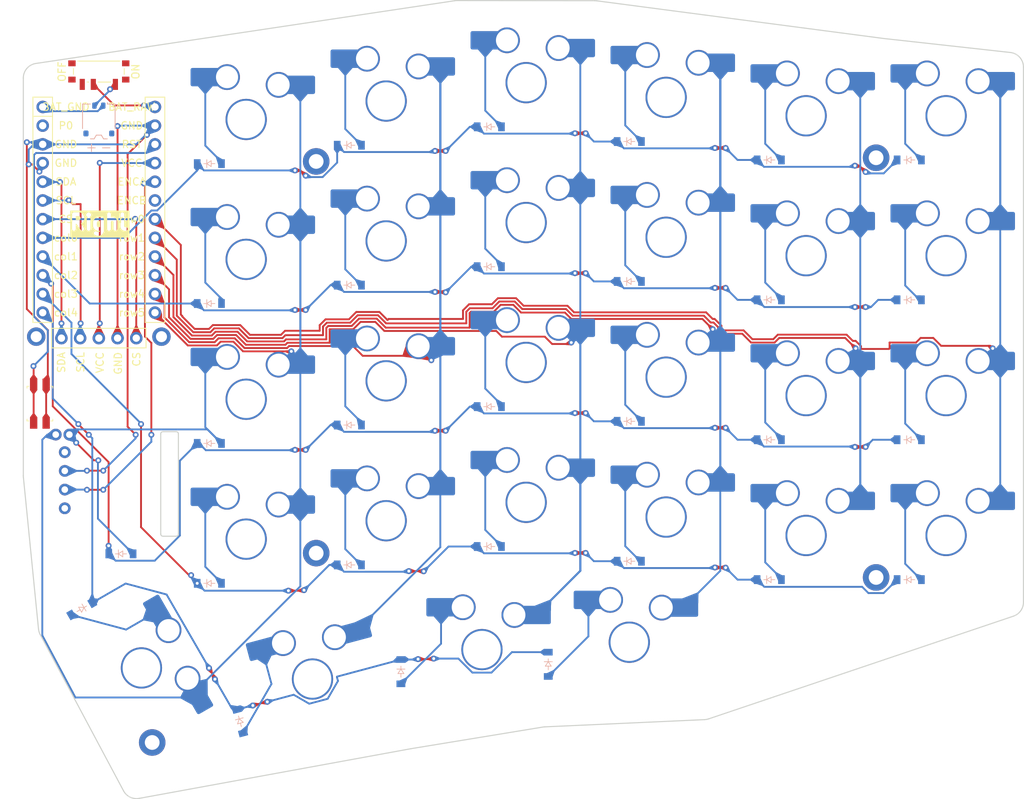
<source format=kicad_pcb>
(kicad_pcb (version 20240108) (generator "pcbnew") (generator_version "8.0")
  (title_block (title "right") (rev "v1.0.0") (company "Unknown"))
  (layers (0 "F.Cu" signal) (31 "B.Cu" signal) (34 "B.Paste" user) (35 "F.Paste" user) (36 "B.SilkS" user "B.Silkscreen") (37 "F.SilkS" user "F.Silkscreen") (38 "B.Mask" user) (39 "F.Mask" user) (44 "Edge.Cuts" user))
  (net 0 "")
  (net 1 "row0")
  (net 2 "mirror_outer_bottom")
  (net 3 "GND")
  (net 4 "mirror_outer_home")
  (net 5 "mirror_outer_top")
  (net 6 "mirror_outer_num")
  (net 7 "row1")
  (net 8 "mirror_pinky_bottom")
  (net 9 "mirror_pinky_home")
  (net 10 "mirror_pinky_top")
  (net 11 "mirror_pinky_num")
  (net 12 "row2")
  (net 13 "mirror_ring_bottom")
  (net 14 "mirror_ring_home")
  (net 15 "mirror_ring_top")
  (net 16 "mirror_ring_num")
  (net 17 "row3")
  (net 18 "mirror_middle_bottom")
  (net 19 "mirror_middle_home")
  (net 20 "mirror_middle_top")
  (net 21 "mirror_middle_num")
  (net 22 "row4")
  (net 23 "mirror_index_bottom")
  (net 24 "mirror_index_home")
  (net 25 "mirror_index_top")
  (net 26 "mirror_index_num")
  (net 27 "row5")
  (net 28 "mirror_inner_bottom")
  (net 29 "mirror_inner_home")
  (net 30 "mirror_inner_top")
  (net 31 "mirror_inner_num")
  (net 32 "mirror_inner_cluster")
  (net 33 "mirror_layer_cluster")
  (net 34 "mirror_home_cluster")
  (net 35 "mirror_space_cluster")
  (net 36 "col3")
  (net 37 "col2")
  (net 38 "col1")
  (net 39 "col0")
  (net 40 "col4")
  (net 41 "ENCB_undef")
  (net 42 "ENCA")
  (net 43 "undef_ENCB")
  (net 44 "BAT_RAW")
  (net 45 "RST")
  (net 46 "VCC")
  (net 47 "ENCB")
  (net 48 "BAT_GND")
  (net 49 "P0")
  (net 50 "SDA")
  (net 51 "SCL")
  (net 52 "CS")
  (net 53 "ON_P")
  (footprint "ceoloide:mounting_hole_plated" (layer "F.Cu") (at 229.173329 103.603659)
    (property "Reference" "H6" (hide yes))
    (property "Value" "")
  )
  (footprint "ceoloide:mounting_hole_plated" (layer "F.Cu") (at 212.173331 103.60366)
    (property "Reference" "H7" (hide yes))
    (property "Value" "")
  )
  (footprint "ceoloide:mounting_hole_plated" (layer "F.Cu") (at 250.173328 133.003658)
    (property "Reference" "H5" (hide yes))
    (property "Value" "")
  )
  (footprint "ceoloide:reset_switch_smd_side" (layer "F.Cu") (at 212.673329 112.703658 90)
    (property "Reference" "RST1" (hide yes))
    (property "Value" "")
  )
  (footprint "ceoloide:mounting_hole_plated" (layer "F.Cu") (at 227.913819 158.720258 -60)
    (property "Reference" "H4" (hide yes))
    (property "Value" "")
  )
  (footprint "ceoloide:mcu_nice_nano" (layer "F.Cu") (at 220.673328 85.103659)
    (property "Reference" "MCU1" (hide yes))
    (property "Value" "")
  )
  (footprint "ceoloide:mounting_hole_plated" (layer "F.Cu") (at 250.173328 79.803659)
    (property "Reference" "H2" (hide yes))
    (property "Value" "")
  )
  (footprint "ceoloide:mounting_hole_plated" (layer "F.Cu") (at 326.173329 79.303657)
    (property "Reference" "H1" (hide yes))
    (property "Value" "")
  )
  (footprint "ceoloide:display_nice_view" (layer "F.Cu") (at 220.67333 87.10366)
    (property "Reference" "DISP1" (hide yes))
    (property "Value" "")
  )
  (footprint "ceoloide:power_switch_smd_side" (layer "F.Cu") (at 220.67333 67.603659 90)
    (property "Reference" "PWR1" (hide yes))
    (property "Value" "")
  )
  (footprint "ceoloide:mounting_hole_plated" (layer "F.Cu") (at 326.173331 136.303658)
    (property "Reference" "H3" (hide yes))
    (property "Value" "")
  )
  (footprint "RollerEncoder_Panasonic_EVQWGD001" (layer "F.Cu") (at 221.673331 123.10366)
    (property "Reference" "REF**")
    (property "Value" "RollerEncoder_Panasonic_EVQWGD001")
    (fp_line (start 7.4 -6.3) (end 7.4 7.3) (stroke (width 0.15)) (layer "Edge.Cuts"))
    (fp_line (start 7.7 7.600001) (end 9.5 7.6) (stroke (width 0.15)) (layer "Edge.Cuts"))
    (fp_line (start 9.5 -6.6) (end 7.7 -6.600001) (stroke (width 0.15)) (layer "Edge.Cuts"))
    (fp_line (start 9.8 7.3) (end 9.8 -6.3) (stroke (width 0.15)) (layer "Edge.Cuts"))
    (fp_arc (start 7.4 -6.3) (mid 7.487868 -6.512132) (end 7.7 -6.600001) (stroke (width 0.15)) (layer "Edge.Cuts"))
    (fp_arc (start 7.7 7.600001) (mid 7.487868 7.512133) (end 7.4 7.3) (stroke (width 0.15)) (layer "Edge.Cuts"))
    (fp_arc (start 9.5 -6.6) (mid 9.712132 -6.512132) (end 9.8 -6.3) (stroke (width 0.15)) (layer "Edge.Cuts"))
    (fp_arc (start 9.8 7.3) (mid 9.712132 7.512133) (end 9.5 7.6) (stroke (width 0.15)) (layer "Edge.Cuts"))
  )
  (footprint "ceoloide:diode_tht_sod123" (layer "B.Cu") (at 218.356638 140.566737 -150)
    (property "Reference" "D28" (hide yes))
    (property "Value" "")
  )
  (footprint "ceoloide:switch_gateron_ks27_ks33" (layer "B.Cu") (at 297.673329 90.103658 180)
    (property "Reference" "S11" (hide yes))
    (property "Value" "")
  )
  (footprint "ceoloide:diode_tht_sod123" (layer "B.Cu") (at 254.673333 134.603659)
    (property "Reference" "D17" (hide yes))
    (property "Value" "")
  )
  (footprint "ceoloide:switch_gateron_ks27_ks33" (layer "B.Cu") (at 240.673331 74.103656 180)
    (property "Reference" "S24" (hide yes))
    (property "Value" "")
  )
  (footprint "ceoloide:switch_gateron_ks27_ks33" (layer "B.Cu") (at 297.67333 109.103659 180)
    (property "Reference" "S10" (hide yes))
    (property "Value" "")
  )
  (footprint "ceoloide:diode_tht_sod123" (layer "B.Cu") (at 292.673329 96.103658)
    (property "Reference" "D11" (hide yes))
    (property "Value" "")
  )
  (footprint "ceoloide:switch_gateron_ks27_ks33" (layer "B.Cu") (at 278.67333 126.103658 180)
    (property "Reference" "S13" (hide yes))
    (property "Value" "")
  )
  (footprint "ceoloide:switch_gateron_ks27_ks33" (layer "B.Cu") (at 278.673327 88.10366 180)
    (property "Reference" "S15" (hide yes))
    (property "Value" "")
  )
  (footprint "ceoloide:diode_tht_sod123" (layer "B.Cu") (at 254.673331 115.603659)
    (property "Reference" "D18" (hide yes))
    (property "Value" "")
  )
  (footprint "ceoloide:switch_gateron_ks27_ks33" (layer "B.Cu") (at 335.673333 73.603658 180)
    (property "Reference" "S4" (hide yes))
    (property "Value" "")
  )
  (footprint "ceoloide:switch_gateron_ks27_ks33" (layer "B.Cu") (at 335.673331 111.603658 180)
    (property "Reference" "S2" (hide yes))
    (property "Value" "")
  )
  (footprint "ceoloide:diode_tht_sod123" (layer "B.Cu") (at 330.67333 98.603659)
    (property "Reference" "D3" (hide yes))
    (property "Value" "")
  )
  (footprint "ceoloide:switch_gateron_ks27_ks33" (layer "B.Cu") (at 278.673327 69.10366 180)
    (property "Reference" "S16" (hide yes))
    (property "Value" "")
  )
  (footprint "ceoloide:diode_tht_sod123" (layer "B.Cu") (at 292.673329 115.103659)
    (property "Reference" "D10" (hide yes))
    (property "Value" "")
  )
  (footprint "ceoloide:diode_tht_sod123" (layer "B.Cu") (at 330.67333 136.603658)
    (property "Reference" "D1" (hide yes))
    (property "Value" "")
  )
  (footprint "ceoloide:switch_gateron_ks27_ks33" (layer "B.Cu") (at 259.673331 128.603661 180)
    (property "Reference" "S17" (hide yes))
    (property "Value" "")
  )
  (footprint "ceoloide:diode_tht_sod123" (layer "B.Cu") (at 311.673329 79.60366)
    (property "Reference" "D8" (hide yes))
    (property "Value" "")
  )
  (footprint "ceoloide:switch_gateron_ks27_ks33" (layer "B.Cu") (at 259.67333 71.603659 180)
    (property "Reference" "S20" (hide yes))
    (property "Value" "")
  )
  (footprint "ceoloide:diode_tht_sod123" (layer "B.Cu") (at 235.67333 118.10366)
    (property "Reference" "D22" (hide yes))
    (property "Value" "")
  )
  (footprint "ceoloide:switch_gateron_ks27_ks33" (layer "B.Cu") (at 316.673331 92.603659 180)
    (property "Reference" "S7" (hide yes))
    (property "Value" "")
  )
  (footprint "ceoloide:switch_gateron_ks27_ks33" (layer "B.Cu") (at 292.67333 145.103658 180)
    (property "Reference" "S25" (hide yes))
    (property "Value" "")
  )
  (footprint "ceoloide:diode_tht_sod123" (layer "B.Cu") (at 254.673332 96.603656)
    (property "Reference" "D19" (hide yes))
    (property "Value" "")
  )
  (footprint "ceoloide:diode_tht_sod123" (layer "B.Cu") (at 273.673328 113.10366)
    (property "Reference" "D14" (hide yes))
    (property "Value" "")
  )
  (footprint "ceoloide:switch_gateron_ks27_ks33" (layer "B.Cu") (at 278.67333 107.10366 180)
    (property "Reference" "S14" (hide yes))
    (property "Value" "")
  )
  (footprint "ceoloide:switch_gateron_ks27_ks33" (layer "B.Cu") (at 226.454714 148.593015 120)
    (property "Reference" "S28" (hide yes))
    (property "Value" "")
  )
  (footprint "ceoloide:switch_gateron_ks27_ks33" (layer "B.Cu") (at 240.673331 93.10366 180)
    (property "Reference" "S23" (hide yes))
    (property "Value" "")
  )
  (footprint "ceoloide:diode_tht_sod123" (layer "B.Cu") (at 273.673328 94.103658)
    (property "Reference" "D15" (hide yes))
    (property "Value" "")
  )
  (footprint "ceoloide:diode_tht_sod123" (layer "B.Cu") (at 239.824604 155.848447 -75)
    (property "Reference" "D27" (hide yes))
    (property "Value" "")
  )
  (footprint "ceoloide:switch_gateron_ks27_ks33" (layer "B.Cu") (at 240.673329 112.103659 180)
    (property "Reference" "S22" (hide yes))
    (property "Value" "")
  )
  (footprint "ceoloide:battery_connector_molex_pico_ezmate_1x02" (layer "B.Cu") (at 220.67333 74.10366)
    (property "Reference" "CONN1" (hide yes))
    (property "Value" "")
  )
  (footprint "ceoloide:switch_gateron_ks27_ks33" (layer "B.Cu") (at 272.673329 146.103655 180)
    (property "Reference" "S26" (hide yes))
    (property "Value" "")
  )
  (footprint "ceoloide:switch_gateron_ks27_ks33" (layer "B.Cu") (at 316.673328 111.603659 180)
    (property "Reference" "S6" (hide yes))
    (property "Value" "")
  )
  (footprint "ceoloide:diode_tht_sod123" (layer "B.Cu") (at 311.673331 98.603658)
    (property "Reference" "D7" (hide yes))
    (property "Value" "")
  )
  (footprint "ceoloide:diode_tht_sod123" (layer "B.Cu") (at 235.673328 80.103658)
    (property "Reference" "D24" (hide yes))
    (property "Value" "")
  )
  (footprint "ceoloide:switch_gateron_ks27_ks33" (layer "B.Cu") (at 297.67333 128.10366 180)
    (property "Reference" "S9" (hide yes))
    (property "Value" "")
  )
  (footprint "ceoloide:diode_tht_sod123" (layer "B.Cu") (at 330.673331 117.603656)
    (property "Reference" "D2" (hide yes))
    (property "Value" "")
  )
  (footprint "ceoloide:switch_gateron_ks27_ks33" (layer "B.Cu") (at 297.67333 71.103659 180)
    (property "Reference" "S12" (hide yes))
    (property "Value" "")
  )
  (footprint "ceoloide:diode_tht_sod123" (layer "B.Cu") (at 292.673332 77.103661)
    (property "Reference" "D12" (hide yes))
    (property "Value" "")
  )
  (footprint "ceoloide:diode_tht_sod123" (layer "B.Cu") (at 273.673329 132.103656)
    (property "Reference" "D13" (hide yes))
    (property "Value" "")
  )
  (footprint "ceoloide:switch_gateron_ks27_ks33" (layer "B.Cu") (at 249.673331 150.10366 -165)
    (property "Reference" "S27" (hide yes))
    (property "Value" "")
  )
  (footprint "ceoloide:switch_gateron_ks27_ks33" (layer "B.Cu") (at 316.673328 130.60366 180)
    (property "Reference" "S5" (hide yes))
    (property "Value" "")
  )
  (footprint "ceoloide:diode_tht_sod123" (layer "B.Cu") (at 292.673331 134.10366)
    (property "Reference" "D9" (hide yes))
    (property "Value" "")
  )
  (footprint "ceoloide:switch_gateron_ks27_ks33" (layer "B.Cu") (at 259.673328 109.60366 180)
    (property "Reference" "S18" (hide yes))
    (property "Value" "")
  )
  (footprint "ceoloide:switch_gateron_ks27_ks33" (layer "B.Cu") (at 335.673329 130.603662 180)
    (property "Reference" "S1" (hide yes))
    (property "Value" "")
  )
  (footprint "ceoloide:switch_gateron_ks27_ks33" (layer "B.Cu") (at 240.673328 131.103657 180)
    (property "Reference" "S21" (hide yes))
    (property "Value" "")
  )
  (footprint "ceoloide:switch_gateron_ks27_ks33" (layer "B.Cu") (at 316.673329 73.603659 180)
    (property "Reference" "S8" (hide yes))
    (property "Value" "")
  )
  (footprint "ceoloide:switch_gateron_ks27_ks33" (layer "B.Cu") (at 335.673329 92.603659 180)
    (property "Reference" "S3" (hide yes))
    (property "Value" "")
  )
  (footprint "ceoloide:diode_tht_sod123" (layer "B.Cu") (at 311.673333 136.603659)
    (property "Reference" "D5" (hide yes))
    (property "Value" "")
  )
  (footprint "ceoloide:diode_tht_sod123" (layer "B.Cu") (at 235.673333 99.103662)
    (property "Reference" "D23" (hide yes))
    (property "Value" "")
  )
  (footprint "ceoloide:diode_tht_sod123" (layer "B.Cu") (at 330.673328 79.603658)
    (property "Reference" "D4" (hide yes))
    (property "Value" "")
  )
  (footprint "ceoloide:diode_tht_sod123" (layer "B.Cu") (at 223.673329 133.103659)
    (property "Reference" "D29" (hide yes))
    (property "Value" "")
  )
  (footprint "ceoloide:diode_tht_sod123" (layer "B.Cu") (at 311.673331 117.603659)
    (property "Reference" "D6" (hide yes))
    (property "Value" "")
  )
  (footprint "ceoloide:switch_gateron_ks27_ks33" (layer "B.Cu") (at 259.67333 90.603662 180)
    (property "Reference" "S19" (hide yes))
    (property "Value" "")
  )
  (footprint "ceoloide:diode_tht_sod123" (layer "B.Cu") (at 261.673331 149.103659 -90)
    (property "Reference" "D26" (hide yes))
    (property "Value" "")
  )
  (footprint "ceoloide:diode_tht_sod123" (layer "B.Cu") (at 254.673331 77.60366)
    (property "Reference" "D20" (hide yes))
    (property "Value" "")
  )
  (footprint "ceoloide:diode_tht_sod123" (layer "B.Cu") (at 281.67333 148.103659 -90)
    (property "Reference" "D25" (hide yes))
    (property "Value" "")
  )
  (footprint "ceoloide:diode_tht_sod123" (layer "B.Cu") (at 235.673328 137.103658)
    (property "Reference" "D21" (hide yes))
    (property "Value" "")
  )
  (footprint "ceoloide:diode_tht_sod123" (layer "B.Cu") (at 273.673331 75.103658)
    (property "Reference" "D16" (hide yes))
    (property "Value" "")
  )
  (gr_arc (start 212.709329 144.05267) (mid 212.560389 143.692419) (end 212.484165 143.310118) (stroke (width 0.15)) (layer "Edge.Cuts"))
  (gr_arc (start 210.433162 122.702451) (mid 210.425789 122.603537) (end 210.42333 122.50438) (stroke (width 0.15)) (layer "Edge.Cuts"))
  (gr_arc (start 226.148972 166.310672) (mid 224.918987 166.14409) (end 224.024149 165.283931) (stroke (width 0.15)) (layer "Edge.Cuts"))
  (gr_arc (start 263.058712 159.560005) (mid 263.076688 159.556802) (end 263.094693 159.553768) (stroke (width 0.15)) (layer "Edge.Cuts"))
  (gr_line (start 226.148972 166.310672) (end 263.058712 159.560005) (stroke (width 0.15)) (layer "Edge.Cuts"))
  (gr_arc (start 268.974848 57.975919) (mid 269.123745 57.959272) (end 269.27347 57.95382) (stroke (width 0.15)) (layer "Edge.Cuts"))
  (gr_line (start 327.152964 63.100982) (end 288.251977 57.990561) (stroke (width 0.15)) (layer "Edge.Cuts"))
  (gr_arc (start 280.957324 156.622694) (mid 281.073689 156.607092) (end 281.190768 156.598343) (stroke (width 0.15)) (layer "Edge.Cuts"))
  (gr_arc (start 344.393045 65.006889) (mid 345.6632 65.66051) (end 346.173328 66.994783) (stroke (width 0.15)) (layer "Edge.Cuts"))
  (gr_arc (start 303.440413 155.513596) (mid 303.169688 155.584234) (end 302.891755 155.616402) (stroke (width 0.15)) (layer "Edge.Cuts"))
  (gr_arc (start 210.423327 68.476178) (mid 210.907903 67.171001) (end 212.126816 66.49828) (stroke (width 0.15)) (layer "Edge.Cuts"))
  (gr_arc (start 327.193746 63.105915) (mid 327.173342 63.103554) (end 327.152964 63.100982) (stroke (width 0.15)) (layer "Edge.Cuts"))
  (gr_line (start 303.440413 155.513596) (end 344.812391 141.562578) (stroke (width 0.15)) (layer "Edge.Cuts"))
  (gr_line (start 210.423327 68.476178) (end 210.42333 122.50438) (stroke (width 0.15)) (layer "Edge.Cuts"))
  (gr_arc (start 287.993578 57.973521) (mid 288.123054 57.977853) (end 288.251977 57.990561) (stroke (width 0.15)) (layer "Edge.Cuts"))
  (gr_line (start 287.993578 57.973521) (end 269.27347 57.95382) (stroke (width 0.15)) (layer "Edge.Cuts"))
  (gr_line (start 212.709327 144.052672) (end 224.024149 165.283931) (stroke (width 0.15)) (layer "Edge.Cuts"))
  (gr_line (start 281.190768 156.598343) (end 302.891755 155.616402) (stroke (width 0.15)) (layer "Edge.Cuts"))
  (gr_line (start 263.094693 159.553768) (end 280.957324 156.622694) (stroke (width 0.15)) (layer "Edge.Cuts"))
  (gr_line (start 210.433162 122.702451) (end 212.484165 143.310118) (stroke (width 0.15)) (layer "Edge.Cuts"))
  (gr_line (start 268.974848 57.975919) (end 212.126816 66.49828) (stroke (width 0.15)) (layer "Edge.Cuts"))
  (gr_line (start 346.173328 139.667428) (end 346.173328 66.994783) (stroke (width 0.15)) (layer "Edge.Cuts"))
  (gr_line (start 344.393048 65.006891) (end 327.193746 63.105915) (stroke (width 0.15)) (layer "Edge.Cuts"))
  (gr_arc (start 346.173332 139.667427) (mid 345.79785 140.834021) (end 344.812391 141.562578) (stroke (width 0.15)) (layer "Edge.Cuts"))
  (gr_text "Right" (at 220.67333 88.103657 0) (layer "F.SilkS" knockout) (effects (font (size 2 2) (thickness 1))))
  (segment (start 322.165053 103.328657) (end 312.834947 103.328657) (width 0.25) (layer "F.Cu") (net 1))
  (segment (start 270.1 100.027208) (end 270.1 101.2) (width 0.25) (layer "F.Cu") (net 1))
  (segment (start 305.175 102.113299) (end 304.261701 101.2) (width 0.25) (layer "F.Cu") (net 1))
  (segment (start 335 104.845833) (end 333.932823 103.778656) (width 0.25) (layer "F.Cu") (net 1))
  (segment (start 331.592491 104.4) (end 328 104.4) (width 0.25) (layer "F.Cu") (net 1))
  (segment (start 312.834947 103.328657) (end 312.213604 103.95) (width 0.25) (layer "F.Cu") (net 1))
  (segment (start 250.65 102.8) (end 245.95 102.8) (width 0.25) (layer "F.Cu") (net 1))
  (segment (start 323.407107 104.181802) (end 323.018198 104.181802) (width 0.25) (layer "F.Cu") (net 1))
  (segment (start 274.0197 99.2) (end 270.927208 99.2) (width 0.25) (layer "F.Cu") (net 1))
  (segment (start 239.864801 102.028657) (end 236.148551 102.028657) (width 0.25) (layer "F.Cu") (net 1))
  (segment (start 303.1 100.3) (end 285.176956 100.3) (width 0.25) (layer "F.Cu") (net 1))
  (segment (start 328 105.2) (end 327.925 105.275) (width 0.25) (layer "F.Cu") (net 1))
  (segment (start 277.305614 98.378658) (end 274.841042 98.378658) (width 0.25) (layer "F.Cu") (net 1))
  (segment (start 270.927208 99.2) (end 270.1 100.027208) (width 0.25) (layer "F.Cu") (net 1))
  (segment (start 274.841042 98.378658) (end 274.0197 99.2) (width 0.25) (layer "F.Cu") (net 1))
  (segment (start 328 104.4) (end 328 105.2) (width 0.25) (layer "F.Cu") (net 1))
  (segment (start 245.4 103.35) (end 241.186144 103.35) (width 0.25) (layer "F.Cu") (net 1))
  (segment (start 251.440812 101.25) (end 250.65 102.040812) (width 0.25) (layer "F.Cu") (net 1))
  (segment (start 233.681652 102.55) (end 232 100.868348) (width 0.25) (layer "F.Cu") (net 1))
  (segment (start 284.276956 99.4) (end 278.326956 99.4) (width 0.25) (layer "F.Cu") (net 1))
  (segment (start 232 100.868348) (end 232 100.8) (width 0.25) (layer "F.Cu") (net 1))
  (segment (start 309.386396 103.95) (end 308.186396 102.75) (width 0.25) (layer "F.Cu") (net 1))
  (segment (start 323.018198 104.181802) (end 322.165053 103.328657) (width 0.25) (layer "F.Cu") (net 1))
  (segment (start 259.854594 101.345406) (end 258.759188 100.25) (width 0.25) (layer "F.Cu") (net 1))
  (segment (start 312.213604 103.95) (end 309.386396 103.95) (width 0.25) (layer "F.Cu") (net 1))
  (segment (start 327.925 105.275) (end 324.125 105.275) (width 0.25) (layer "F.Cu") (net 1))
  (segment (start 235.627208 102.55) (end 233.681652 102.55) (width 0.25) (layer "F.Cu") (net 1))
  (segment (start 245.95 102.8) (end 245.4 103.35) (width 0.25) (layer "F.Cu") (net 1))
  (segment (start 232 100.8) (end 231.8 100.6) (width 0.25) (layer "F.Cu") (net 1))
  (segment (start 236.148551 102.028657) (end 235.627208 102.55) (width 0.25) (layer "F.Cu") (net 1))
  (segment (start 231.8 100.6) (end 231.8 91.15033) (width 0.25) (layer "F.Cu") (net 1))
  (segment (start 341.645833 104.845833) (end 335 104.845833) (width 0.25) (layer "F.Cu") (net 1))
  (segment (start 250.65 102.040812) (end 250.65 102.8) (width 0.25) (layer "F.Cu") (net 1))
  (segment (start 342 105.2) (end 341.645833 104.845833) (width 0.25) (layer "F.Cu") (net 1))
  (segment (start 308.186396 102.75) (end 305.175 102.75) (width 0.25) (layer "F.Cu") (net 1))
  (segment (start 304.261701 101.2) (end 304 101.2) (width 0.25) (layer "F.Cu") (net 1))
  (segment (start 255.613604 100.25) (end 254.613604 101.25) (width 0.25) (layer "F.Cu") (net 1))
  (segment (start 260 101.2) (end 259.854594 101.345406) (width 0.25) (layer "F.Cu") (net 1))
  (segment (start 305.175 102.75) (end 305.175 102.113299) (width 0.25) (layer "F.Cu") (net 1))
  (segment (start 324.125 104.899695) (end 323.407107 104.181802) (width 0.25) (layer "F.Cu") (net 1))
  (segment (start 333.932823 103.778656) (end 332.213835 103.778656) (width 0.25) (layer "F.Cu") (net 1))
  (segment (start 241.186144 103.35) (end 239.864801 102.028657) (width 0.25) (layer "F.Cu") (net 1))
  (segment (start 254.613604 101.25) (end 251.440812 101.25) (width 0.25) (layer "F.Cu") (net 1))
  (segment (start 332.213835 103.778656) (end 331.592491 104.4) (width 0.25) (layer "F.Cu") (net 1))
  (segment (start 278.326956 99.4) (end 277.305614 98.378658) (width 0.25) (layer "F.Cu") (net 1))
  (segment (start 304 101.2) (end 303.1 100.3) (width 0.25) (layer "F.Cu") (net 1))
  (segment (start 324.125 105.275) (end 324.125 104.899695) (width 0.25) (layer "F.Cu") (net 1))
  (segment (start 285.176956 100.3) (end 284.276956 99.4) (width 0.25) (layer "F.Cu") (net 1))
  (segment (start 270.1 101.2) (end 260 101.2) (width 0.25) (layer "F.Cu") (net 1))
  (segment (start 258.759188 100.25) (end 255.613604 100.25) (width 0.25) (layer "F.Cu") (net 1))
  (segment (start 231.8 91.15033) (end 228.293328 87.643658) (width 0.25) (layer "F.Cu") (net 1))
  (via (at 342 105.2) (size 0.8) (drill 0.4) (layers "F.Cu" "B.Cu") (net 1))
  (segment (start 343.023329 106.903661) (end 343.023332 106.903659) (width 0.25) (layer "B.Cu") (net 1))
  (segment (start 343.023332 68.90366) (end 343.023331 87.903656) (width 0.25) (layer "B.Cu") (net 1))
  (segment (start 342 105.2) (end 342 105.880327) (width 0.25) (layer "B.Cu") (net 1))
  (segment (start 342 105.880327) (end 343.023331 106.903658) (width 0.25) (layer "B.Cu") (net 1))
  (segment (start 343.023331 87.903656) (end 343.023328 87.903659) (width 0.25) (layer "B.Cu") (net 1))
  (segment (start 343.023332 68.90366) (end 343.023332 106.903659) (width 0.25) (layer "B.Cu") (net 1))
  (segment (start 343.023328 125.90366) (end 343.023329 106.903661) (width 0.25) (layer "B.Cu") (net 1))
  (segment (start 330.12333 134.453656) (end 332.273328 136.60366) (width 0.25) (layer "B.Cu") (net 2))
  (segment (start 330.123329 124.85366) (end 330.12333 134.453656) (width 0.25) (layer "B.Cu") (net 2))
  (segment (start 332.273328 136.60366) (end 332.323331 136.603659) (width 0.25) (layer "B.Cu") (net 2))
  (segment (start 211.153328 80.2) (end 211.618073 80.2) (width 0.25) (layer "F.Cu") (net 3))
  (segment (start 224.57833 78.82167) (end 227.2 76.2) (width 0.25) (layer "F.Cu") (net 3))
  (segment (start 219.06058 121.8) (end 221.275 121.8) (width 0.25) (layer "F.Cu") (net 3))
  (segment (start 213.523329 110.078658) (end 213.748331 109.853656) (width 0.25) (layer "F.Cu") (net 3))
  (segment (start 213.523328 110.078659) (end 213.523329 110.078658) (width 0.25) (layer "F.Cu") (net 3))
  (segment (start 213.748331 102.700364) (end 210.898327 99.85036) (width 0.25) (layer "F.Cu") (net 3))
  (segment (start 225.675 116.925) (end 224.57833 115.82833) (width 0.25) (layer "F.Cu") (net 3))
  (segment (start 213.523328 115.328658) (end 213.523328 110.078659) (width 0.25) (layer "F.Cu") (net 3))
  (segment (start 213.748331 109.853656) (end 213.748331 102.700364) (width 0.25) (layer "F.Cu") (net 3))
  (segment (start 211.618073 80.2) (end 212.603328 81.185255) (width 0.25) (layer "F.Cu") (net 3))
  (segment (start 223.213331 103.80366) (end 223.213331 75.013331) (width 0.25) (layer "F.Cu") (net 3))
  (segment (start 210.898327 99.85036) (end 210.898327 77.2) (width 0.25) (layer "F.Cu") (net 3))
  (segment (start 223.213331 75.013331) (end 223.2 75) (width 0.25) (layer "F.Cu") (net 3))
  (segment (start 224.57833 115.82833) (end 224.57833 78.82167) (width 0.25) (layer "F.Cu") (net 3))
  (via (at 212.603328 81.185255) (size 0.8) (drill 0.4) (layers "F.Cu" "B.Cu") (net 3))
  (via (at 210.898327 77.2) (size 0.8) (drill 0.4) (layers "F.Cu" "B.Cu") (net 3))
  (via (at 225.675 116.925) (size 0.8) (drill 0.4) (layers "F.Cu" "B.Cu") (net 3))
  (via (at 227.2 76.2) (size 0.8) (drill 0.4) (layers "F.Cu" "B.Cu") (net 3))
  (via (at 223.2 75) (size 0.8) (drill 0.4) (layers "F.Cu" "B.Cu") (net 3))
  (via (at 211.153328 80.2) (size 0.8) (drill 0.4) (layers "F.Cu" "B.Cu") (net 3))
  (via (at 221.275 121.8) (size 0.8) (drill 0.4) (layers "F.Cu" "B.Cu") (net 3))
  (via (at 219.06058 121.8) (size 0.8) (drill 0.4) (layers "F.Cu" "B.Cu") (net 3))
  (segment (start 221.275 121.8) (end 225.675 117.4) (width 0.25) (layer "B.Cu") (net 3))
  (segment (start 213.053328 77.483659) (end 225.753326 77.483659) (width 0.25) (layer "B.Cu") (net 3))
  (segment (start 213.053328 77.483659) (end 211.851247 77.483659) (width 0.25) (layer "B.Cu") (net 3))
  (segment (start 210.898327 77.2) (end 212.769669 77.2) (width 0.25) (layer "B.Cu") (net 3))
  (segment (start 219.02692 121.83366) (end 219.06058 121.8) (width 0.25) (layer "B.Cu") (net 3))
  (segment (start 225.753326 77.483659) (end 228.293328 74.943657) (width 0.25) (layer "B.Cu") (net 3))
  (segment (start 227.2 76.036985) (end 228.293328 74.943657) (width 0.25) (layer "B.Cu") (net 3))
  (segment (start 212.769669 77.2) (end 213.053328 77.483659) (width 0.25) (layer "B.Cu") (net 3))
  (segment (start 211.153328 78.181578) (end 211.153328 80.2) (width 0.25) (layer "B.Cu") (net 3))
  (segment (start 216.048331 121.83366) (end 219.02692 121.83366) (width 0.25) (layer "B.Cu") (net 3))
  (segment (start 225.675 117.4) (end 225.675 116.925) (width 0.25) (layer "B.Cu") (net 3))
  (segment (start 212.603328 80.473659) (end 213.053328 80.023659) (width 0.25) (layer "B.Cu") (net 3))
  (segment (start 211.851247 77.483659) (end 211.153328 78.181578) (width 0.25) (layer "B.Cu") (net 3))
  (segment (start 227.2 76.2) (end 227.2 76.036985) (width 0.25) (layer "B.Cu") (net 3))
  (segment (start 212.603328 81.185255) (end 212.603328 80.473659) (width 0.25) (layer "B.Cu") (net 3))
  (segment (start 223.256343 74.943657) (end 223.2 75) (width 0.25) (layer "B.Cu") (net 3))
  (segment (start 228.293328 74.943657) (end 223.256343 74.943657) (width 0.25) (layer "B.Cu") (net 3))
  (segment (start 330.123329 115.40366) (end 330.123329 105.85366) (width 0.25) (layer "B.Cu") (net 4))
  (segment (start 332.323326 117.60366) (end 330.123329 115.40366) (width 0.25) (layer "B.Cu") (net 4))
  (segment (start 330.123331 86.853657) (end 330.12333 96.653659) (width 0.25) (layer "B.Cu") (net 5))
  (segment (start 332.073328 98.60366) (end 332.323328 98.603656) (width 0.25) (layer "B.Cu") (net 5))
  (segment (start 330.12333 96.653659) (end 332.073328 98.60366) (width 0.25) (layer "B.Cu") (net 5))
  (segment (start 330.123331 77.403657) (end 332.323332 79.603657) (width 0.25) (layer "B.Cu") (net 6))
  (segment (start 330.123329 67.853659) (end 330.123331 77.403657) (width 0.25) (layer "B.Cu") (net 6))
  (segment (start 313.021343 103.778657) (end 321.978657 103.778657) (width 0.25) (layer "F.Cu") (net 7))
  (segment (start 278.14528 99.85472) (end 284.09528 99.85472) (width 0.25) (layer "F.Cu") (net 7))
  (segment (start 275.027438 98.828658) (end 277.119218 98.828658) (width 0.25) (layer "F.Cu") (net 7))
  (segment (start 240.999748 103.8) (end 245.6 103.8) (width 0.25) (layer "F.Cu") (net 7))
  (segment (start 304.725 103) (end 304.925 103.2) (width 0.25) (layer "F.Cu") (net 7))
  (segment (start 233.495256 103) (end 235.813604 103) (width 0.25) (layer "F.Cu") (net 7))
  (segment (start 270.55 101.8) (end 270.55 100.213604) (width 0.25) (layer "F.Cu") (net 7))
  (segment (start 304.925 103.2) (end 308 103.2) (width 0.25) (layer "F.Cu") (net 7))
  (segment (start 255.8 100.7) (end 258.572792 100.7) (width 0.25) (layer "F.Cu") (net 7))
  (segment (start 321.978657 103.778657) (end 323.4 105.2) (width 0.25) (layer "F.Cu") (net 7))
  (segment (start 277.119218 98.828658) (end 278.14528 99.85472) (width 0.25) (layer "F.Cu") (net 7))
  (segment (start 270.55 100.213604) (end 271.013604 99.75) (width 0.25) (layer "F.Cu") (net 7))
  (segment (start 228.293328 90.183659) (end 231.25 93.140331) (width 0.25) (layer "F.Cu") (net 7))
  (segment (start 259.672792 101.8) (end 270.55 101.8) (width 0.25) (layer "F.Cu") (net 7))
  (segment (start 254.8 101.7) (end 255.8 100.7) (width 0.25) (layer "F.Cu") (net 7))
  (segment (start 312.4 104.4) (end 313.021343 103.778657) (width 0.25) (layer "F.Cu") (net 7))
  (segment (start 271.013604 99.75) (end 274.106096 99.75) (width 0.25) (layer "F.Cu") (net 7))
  (segment (start 245.6 103.8) (end 246 103.4) (width 0.25) (layer "F.Cu") (net 7))
  (segment (start 302.786396 100.75) (end 303.718198 101.681802) (width 0.25) (layer "F.Cu") (net 7))
  (segment (start 246 103.4) (end 251.1 103.4) (width 0.25) (layer "F.Cu") (net 7))
  (segment (start 284.99056 100.75) (end 302.786396 100.75) (width 0.25) (layer "F.Cu") (net 7))
  (segment (start 274.106096 99.75) (end 275.027438 98.828658) (width 0.25) (layer "F.Cu") (net 7))
  (segment (start 308 103.2) (end 309.2 104.4) (width 0.25) (layer "F.Cu") (net 7))
  (segment (start 284.09528 99.85472) (end 284.99056 100.75) (width 0.25) (layer "F.Cu") (net 7))
  (segment (start 236.334947 102.478657) (end 239.678405 102.478657) (width 0.25) (layer "F.Cu") (net 7))
  (segment (start 303.718198 101.681802) (end 304.107107 101.681802) (width 0.25) (layer "F.Cu") (net 7))
  (segment (start 231.25 93.140331) (end 231.25 100.754744) (width 0.25) (layer "F.Cu") (net 7))
  (segment (start 251.1 102.227208) (end 251.627208 101.7) (width 0.25) (layer "F.Cu") (net 7))
  (segment (start 251.1 103.4) (end 251.1 102.227208) (width 0.25) (layer "F.Cu") (net 7))
  (segment (start 258.572792 100.7) (end 259.672792 101.8) (width 0.25) (layer "F.Cu") (net 7))
  (segment (start 251.627208 101.7) (end 254.8 101.7) (width 0.25) (layer "F.Cu") (net 7))
  (segment (start 239.678405 102.478657) (end 240.999748 103.8) (width 0.25) (layer "F.Cu") (net 7))
  (segment (start 235.813604 103) (end 236.334947 102.478657) (width 0.25) (layer "F.Cu") (net 7))
  (segment (start 309.2 104.4) (end 312.4 104.4) (width 0.25) (layer "F.Cu") (net 7))
  (segment (start 304.107107 101.681802) (end 304.725 102.299695) (width 0.25) (layer "F.Cu") (net 7))
  (segment (start 304.725 102.299695) (end 304.725 103) (width 0.25) (layer "F.Cu") (net 7))
  (segment (start 231.25 100.754744) (end 233.495256 103) (width 0.25) (layer "F.Cu") (net 7))
  (via (at 323.4 105.2) (size 0.8) (drill 0.4) (layers "F.Cu" "B.Cu") (net 7))
  (segment (start 324.023327 87.903664) (end 324.023333 87.903658) (width 0.25) (layer "B.Cu") (net 7))
  (segment (start 323.4 106.280331) (end 324.023328 106.903659) (width 0.25) (layer "B.Cu") (net 7))
  (segment (start 324.023333 87.903658) (end 324.023331 68.903661) (width 0.25) (layer "B.Cu") (net 7))
  (segment (start 324.023329 125.903659) (end 324.023327 87.903664) (width 0.25) (layer "B.Cu") (net 7))
  (segment (start 324.023331 68.903661) (end 324.023328 68.90366) (width 0.25) (layer "B.Cu") (net 7))
  (segment (start 324.023329 125.903659) (end 324.02333 106.903659) (width 0.25) (layer "B.Cu") (net 7))
  (segment (start 323.4 105.2) (end 323.4 106.280331) (width 0.25) (layer "B.Cu") (net 7))
  (segment (start 313.323331 136.453659) (end 313.32333 136.603657) (width 0.25) (layer "B.Cu") (net 8))
  (segment (start 311.12333 134.253659) (end 313.323331 136.453659) (width 0.25) (layer "B.Cu") (net 8))
  (segment (start 311.12333 124.85366) (end 311.12333 134.253659) (width 0.25) (layer "B.Cu") (net 8))
  (segment (start 313.32333 117.453659) (end 311.123331 115.253656) (width 0.25) (layer "B.Cu") (net 9))
  (segment (start 311.123331 115.253656) (end 311.123331 105.853656) (width 0.25) (layer "B.Cu") (net 9))
  (segment (start 313.32333 117.603659) (end 313.32333 117.453659) (width 0.25) (layer "B.Cu") (net 9))
  (segment (start 311.123331 96.253658) (end 313.32333 98.453658) (width 0.25) (layer "B.Cu") (net 10))
  (segment (start 313.32333 98.453658) (end 313.323331 98.603661) (width 0.25) (layer "B.Cu") (net 10))
  (segment (start 311.12333 86.853659) (end 311.123331 96.253658) (width 0.25) (layer "B.Cu") (net 10))
  (segment (start 311.123328 77.403659) (end 313.323328 79.603661) (width 0.25) (layer "B.Cu") (net 11))
  (segment (start 311.123329 67.853658) (end 311.123328 77.403659) (width 0.25) (layer "B.Cu") (net 11))
  (segment (start 258.386396 101.15) (end 259.615056 102.37866) (width 0.25) (layer "F.Cu") (net 12))
  (segment (start 245.8 104.25) (end 246.075 103.975) (width 0.25) (layer "F.Cu") (net 12))
  (segment (start 274.292492 100.2) (end 275.213834 99.278658) (width 0.25) (layer "F.Cu") (net 12))
  (segment (start 251.813604 102.15) (end 255 102.15) (width 0.25) (layer "F.Cu") (net 12))
  (segment (start 255 102.15) (end 256 101.15) (width 0.25) (layer "F.Cu") (net 12))
  (segment (start 283.932824 100.32866) (end 284.804164 101.2) (width 0.25) (layer "F.Cu") (net 12))
  (segment (start 230.8 95.230331) (end 230.8 100.94114) (width 0.25) (layer "F.Cu") (net 12))
  (segment (start 256 101.15) (end 258.386396 101.15) (width 0.25) (layer "F.Cu") (net 12))
  (segment (start 271 100.4) (end 271.2 100.2) (width 0.25) (layer "F.Cu") (net 12))
  (segment (start 302.6 101.2) (end 304 102.6) (width 0.25) (layer "F.Cu") (net 12))
  (segment (start 276.932822 99.278658) (end 277.982824 100.32866) (width 0.25) (layer "F.Cu") (net 12))
  (segment (start 275.213834 99.278658) (end 276.932822 99.278658) (width 0.25) (layer "F.Cu") (net 12))
  (segment (start 230.8 100.94114) (end 233.30886 103.45) (width 0.25) (layer "F.Cu") (net 12))
  (segment (start 233.30886 103.45) (end 236 103.45) (width 0.25) (layer "F.Cu") (net 12))
  (segment (start 271 102.37866) (end 271 100.4) (width 0.25) (layer "F.Cu") (net 12))
  (segment (start 239.492009 102.928657) (end 240.813352 104.25) (width 0.25) (layer "F.Cu") (net 12))
  (segment (start 284.804164 101.2) (end 302.6 101.2) (width 0.25) (layer "F.Cu") (net 12))
  (segment (start 240.813352 104.25) (end 245.8 104.25) (width 0.25) (layer "F.Cu") (net 12))
  (segment (start 251.55 103.975) (end 251.55 102.413604) (width 0.25) (layer "F.Cu") (net 12))
  (segment (start 236.521343 102.928657) (end 239.492009 102.928657) (width 0.25) (layer "F.Cu") (net 12))
  (segment (start 277.982824 100.32866) (end 283.932824 100.32866) (width 0.25) (layer "F.Cu") (net 12))
  (segment (start 251.55 102.413604) (end 251.813604 102.15) (width 0.25) (layer "F.Cu") (net 12))
  (segment (start 259.615056 102.37866) (end 271 102.37866) (width 0.25) (layer "F.Cu") (net 12))
  (segment (start 228.293328 92.723659) (end 230.8 95.230331) (width 0.25) (layer "F.Cu") (net 12))
  (segment (start 271.2 100.2) (end 274.292492 100.2) (width 0.25) (layer "F.Cu") (net 12))
  (segment (start 246.075 103.975) (end 251.55 103.975) (width 0.25) (layer "F.Cu") (net 12))
  (segment (start 236 103.45) (end 236.521343 102.928657) (width 0.25) (layer "F.Cu") (net 12))
  (via (at 304 102.6) (size 0.8) (drill 0.4) (layers "F.Cu" "B.Cu") (net 12))
  (segment (start 305.023331 104.403657) (end 305.023327 104.403657) (width 0.25) (layer "B.Cu") (net 12))
  (segment (start 305.02333 66.403661) (end 305.023331 104.403657) (width 0.25) (layer "B.Cu") (net 12))
  (segment (start 305.02333 66.403661) (end 305.023331 85.403657) (width 0.25) (layer "B.Cu") (net 12))
  (segment (start 304 103.380329) (end 305.02333 104.403659) (width 0.25) (layer "B.Cu") (net 12))
  (segment (start 305.02333 66.403661) (end 305.02333 123.403659) (width 0.25) (layer "B.Cu") (net 12))
  (segment (start 305.02333 135.403656) (end 300.023331 140.403656) (width 0.25) (layer "B.Cu") (net 12))
  (segment (start 304 102.6) (end 304 103.380329) (width 0.25) (layer "B.Cu") (net 12))
  (segment (start 305.023331 85.403657) (end 305.023331 85.403658) (width 0.25) (layer "B.Cu") (net 12))
  (segment (start 305.02333 66.403661) (end 305.02333 135.403656) (width 0.25) (layer "B.Cu") (net 12))
  (segment (start 292.12333 122.35366) (end 292.12333 132.05366) (width 0.25) (layer "B.Cu") (net 13))
  (segment (start 292.12333 132.05366) (end 294.173327 134.103661) (width 0.25) (layer "B.Cu") (net 13))
  (segment (start 294.173327 134.103661) (end 294.323331 134.103659) (width 0.25) (layer "B.Cu") (net 13))
  (segment (start 294.323329 115.103661) (end 294.32333 115.053659) (width 0.25) (layer "B.Cu") (net 14))
  (segment (start 292.12333 112.853657) (end 292.12333 103.35366) (width 0.25) (layer "B.Cu") (net 14))
  (segment (start 294.32333 115.053659) (end 292.12333 112.853657) (width 0.25) (layer "B.Cu") (net 14))
  (segment (start 294.323331 96.10366) (end 292.12333 93.903659) (width 0.25) (layer "B.Cu") (net 15))
  (segment (start 292.12333 93.903659) (end 292.12333 84.353659) (width 0.25) (layer "B.Cu") (net 15))
  (segment (start 292.12333 74.903659) (end 294.323328 77.103659) (width 0.25) (layer "B.Cu") (net 16))
  (segment (start 292.123328 65.353655) (end 292.12333 74.903659) (width 0.25) (layer "B.Cu") (net 16))
  (segment (start 230.2 100.977536) (end 233.122464 103.9) (width 0.25) (layer "F.Cu") (net 17))
  (segment (start 259.42866 102.82866) (end 274.613836 102.82866) (width 0.25) (layer "F.Cu") (net 17))
  (segment (start 246 104.7) (end 246.275 104.425) (width 0.25) (layer "F.Cu") (net 17))
  (segment (start 255.2 102.6) (end 256.2 101.6) (width 0.25) (layer "F.Cu") (net 17))
  (segment (start 236.2 103.9) (end 236.721343 103.378657) (width 0.25) (layer "F.Cu") (net 17))
  (segment (start 230.2 97.170332) (end 230.2 100.977536) (width 0.25) (layer "F.Cu") (net 17))
  (segment (start 256.2 101.6) (end 258.2 101.6) (width 0.25) (layer "F.Cu") (net 17))
  (segment (start 275.385176 103.6) (end 281.2 103.6) (width 0.25) (layer "F.Cu") (net 17))
  (segment (start 252 104.425) (end 252 102.6) (width 0.25) (layer "F.Cu") (net 17))
  (segment (start 282.2 104.6) (end 284.6 104.6) (width 0.25) (layer "F.Cu") (net 17))
  (segment (start 252 102.6) (end 255.2 102.6) (width 0.25) (layer "F.Cu") (net 17))
  (segment (start 233.122464 103.9) (end 236.2 103.9) (width 0.25) (layer "F.Cu") (net 17))
  (segment (start 258.2 101.6) (end 259.42866 102.82866) (width 0.25) (layer "F.Cu") (net 17))
  (segment (start 239.305613 103.378657) (end 240.626956 104.7) (width 0.25) (layer "F.Cu") (net 17))
  (segment (start 274.613836 102.82866) (end 275.385176 103.6) (width 0.25) (layer "F.Cu") (net 17))
  (segment (start 246.275 104.425) (end 252 104.425) (width 0.25) (layer "F.Cu") (net 17))
  (segment (start 284.6 104.6) (end 284.8 104.4) (width 0.25) (layer "F.Cu") (net 17))
  (segment (start 228.293328 95.26366) (end 230.2 97.170332) (width 0.25) (layer "F.Cu") (net 17))
  (segment (start 236.721343 103.378657) (end 239.305613 103.378657) (width 0.25) (layer "F.Cu") (net 17))
  (segment (start 281.2 103.6) (end 282.2 104.6) (width 0.25) (layer "F.Cu") (net 17))
  (segment (start 240.626956 104.7) (end 246 104.7) (width 0.25) (layer "F.Cu") (net 17))
  (via (at 284.8 104.4) (size 0.8) (drill 0.4) (layers "F.Cu" "B.Cu") (net 17))
  (segment (start 286.023328 135.403657) (end 286.023329 102.403659) (width 0.25) (layer "B.Cu") (net 17))
  (segment (start 284.8 104.4) (end 286.02333 103.17667) (width 0.25) (layer "B.Cu") (net 17))
  (segment (start 286.02333 135.403655) (end 286.023328 121.403659) (width 0.25) (layer "B.Cu") (net 17))
  (segment (start 280.023329 141.403656) (end 286.023329 135.403658) (width 0.25) (layer "B.Cu") (net 17))
  (segment (start 280.023329 141.403656) (end 286.023328 135.403657) (width 0.25) (layer "B.Cu") (net 17))
  (segment (start 286.023329 135.403658) (end 286.023328 83.403658) (width 0.25) (layer "B.Cu") (net 17))
  (segment (start 280.023329 141.403656) (end 286.02333 135.403655) (width 0.25) (layer "B.Cu") (net 17))
  (segment (start 286.023328 83.403658) (end 286.023327 64.403661) (width 0.25) (layer "B.Cu") (net 17))
  (segment (start 286.02333 103.17667) (end 286.02333 102.40366) (width 0.25) (layer "B.Cu") (net 17))
  (segment (start 273.123331 120.353659) (end 273.12333 129.85366) (width 0.25) (layer "B.Cu") (net 18))
  (segment (start 275.323333 132.053663) (end 275.32333 132.103659) (width 0.25) (layer "B.Cu") (net 18))
  (segment (start 273.12333 129.85366) (end 275.323333 132.053663) (width 0.25) (layer "B.Cu") (net 18))
  (segment (start 273.123331 110.653659) (end 275.323329 112.853658) (width 0.25) (layer "B.Cu") (net 19))
  (segment (start 275.323329 112.853658) (end 275.323328 113.103659) (width 0.25) (layer "B.Cu") (net 19))
  (segment (start 273.123331 101.353659) (end 273.123331 110.653659) (width 0.25) (layer "B.Cu") (net 19))
  (segment (start 273.123332 91.653658) (end 275.323331 93.853659) (width 0.25) (layer "B.Cu") (net 20))
  (segment (start 275.323331 93.853659) (end 275.32333 94.103658) (width 0.25) (layer "B.Cu") (net 20))
  (segment (start 273.12333 82.353659) (end 273.123332 91.653658) (width 0.25) (layer "B.Cu") (net 20))
  (segment (start 273.123333 63.353658) (end 273.12333 72.903659) (width 0.25) (layer "B.Cu") (net 21))
  (segment (start 273.12333 72.903659) (end 275.32333 75.103658) (width 0.25) (layer "B.Cu") (net 21))
  (segment (start 265.2 106.2) (end 265.8 106.8) (width 0.25) (layer "F.Cu") (net 22))
  (segment (start 236.4 104.35) (end 236.921343 103.828657) (width 0.25) (layer "F.Cu") (net 22))
  (segment (start 240.44056 105.15) (end 246.224695 105.15) (width 0.25) (layer "F.Cu") (net 22))
  (segment (start 255.160174 104.875) (end 256.485174 106.2) (width 0.25) (layer "F.Cu") (net 22))
  (segment (start 239.119217 103.828657) (end 240.44056 105.15) (width 0.25) (layer "F.Cu") (net 22))
  (segment (start 229.593034 99.10337) (end 229.593034 101.006966) (width 0.25) (layer "F.Cu") (net 22))
  (segment (start 228.293326 97.803662) (end 229.593034 99.10337) (width 0.25) (layer "F.Cu") (net 22))
  (segment (start 229.593034 101.006966) (end 232.936068 104.35) (width 0.25) (layer "F.Cu") (net 22))
  (segment (start 246.499695 104.875) (end 255.160174 104.875) (width 0.25) (layer "F.Cu") (net 22))
  (segment (start 232.936068 104.35) (end 236.4 104.35) (width 0.25) (layer "F.Cu") (net 22))
  (segment (start 246.224695 105.15) (end 246.499695 104.875) (width 0.25) (layer "F.Cu") (net 22))
  (segment (start 236.921343 103.828657) (end 239.119217 103.828657) (width 0.25) (layer "F.Cu") (net 22))
  (segment (start 256.485174 106.2) (end 265.2 106.2) (width 0.25) (layer "F.Cu") (net 22))
  (via (at 265.8 106.8) (size 0.8) (drill 0.4) (layers "F.Cu" "B.Cu") (net 22))
  (segment (start 265.8 106.8) (end 265.8 106.126988) (width 0.25) (layer "B.Cu") (net 22))
  (segment (start 265.8 106.126988) (end 267.023328 104.90366) (width 0.25) (layer "B.Cu") (net 22))
  (segment (start 267.023329 66.903659) (end 267.02333 132.194596) (width 0.25) (layer "B.Cu") (net 22))
  (segment (start 267.023332 85.903659) (end 267.023331 85.903659) (width 0.25) (layer "B.Cu") (net 22))
  (segment (start 267.023331 104.90366) (end 267.023328 104.903661) (width 0.25) (layer "B.Cu") (net 22))
  (segment (start 267.023329 66.903659) (end 267.023332 85.903659) (width 0.25) (layer "B.Cu") (net 22))
  (segment (start 267.023329 66.903659) (end 267.023331 123.90366) (width 0.25) (layer "B.Cu") (net 22))
  (segment (start 267.023331 123.90366) (end 267.023328 123.903662) (width 0.25) (layer "B.Cu") (net 22))
  (segment (start 267.023329 66.903659) (end 267.023331 104.90366) (width 0.25) (layer "B.Cu") (net 22))
  (segment (start 267.02333 132.194596) (end 255.556436 143.66149) (width 0.25) (layer "B.Cu") (net 22))
  (segment (start 254.123329 122.85366) (end 254.123331 132.45366) (width 0.25) (layer "B.Cu") (net 23))
  (segment (start 256.273329 134.603658) (end 256.323333 134.603658) (width 0.25) (layer "B.Cu") (net 23))
  (segment (start 254.123331 132.45366) (end 256.273329 134.603658) (width 0.25) (layer "B.Cu") (net 23))
  (segment (start 254.123329 113.05366) (end 256.323329 115.253659) (width 0.25) (layer "B.Cu") (net 24))
  (segment (start 256.323329 115.253659) (end 256.323329 115.60366) (width 0.25) (layer "B.Cu") (net 24))
  (segment (start 254.123329 103.853662) (end 254.123329 113.05366) (width 0.25) (layer "B.Cu") (net 24))
  (segment (start 254.123328 94.45366) (end 256.27333 96.603657) (width 0.25) (layer "B.Cu") (net 25))
  (segment (start 256.27333 96.603657) (end 256.323328 96.603658) (width 0.25) (layer "B.Cu") (net 25))
  (segment (start 254.123329 84.853657) (end 254.123328 94.45366) (width 0.25) (layer "B.Cu") (net 25))
  (segment (start 254.12333 65.85366) (end 254.123328 75.40366) (width 0.25) (layer "B.Cu") (net 26))
  (segment (start 254.123328 75.40366) (end 256.323329 77.60366) (width 0.25) (layer "B.Cu") (net 26))
  (segment (start 246.8 105.6) (end 240.254164 105.6) (width 0.25) (layer "F.Cu") (net 27))
  (segment (start 237.213833 104.278657) (end 236.69249 104.8) (width 0.25) (layer "F.Cu") (net 27))
  (segment (start 238.932821 104.278657) (end 237.213833 104.278657) (width 0.25) (layer "F.Cu") (net 27))
  (segment (start 240.254164 105.6) (end 238.932821 104.278657) (width 0.25) (layer "F.Cu") (net 27))
  (segment (start 236.69249 104.8) (end 232.749673 104.8) (width 0.25) (layer "F.Cu") (net 27))
  (segment (start 232.749673 104.8) (end 228.29333 100.343657) (width 0.25) (layer "F.Cu") (net 27))
  (via (at 246.8 105.6) (size 0.8) (drill 0.4) (layers "F.Cu" "B.Cu") (net 27))
  (segment (start 213 117.6) (end 213 144.172844) (width 0.25) (layer "B.Cu") (net 27))
  (segment (start 217.495527 152.608302) (end 234.200033 152.608302) (width 0.25) (layer "B.Cu") (net 27))
  (segment (start 217.089204 151.845874) (end 217.495527 152.608302) (width 0.25) (layer "B.Cu") (net 27))
  (segment (start 214.823331 116.90366) (end 213.69634 116.90366) (width 0.25) (layer "B.Cu") (net 27))
  (segment (start 234.200032 151.331034) (end 234.200034 152.608301) (width 0.25) (layer "B.Cu") (net 27))
  (segment (start 213 144.172844) (end 217.089204 151.845874) (width 0.25) (layer "B.Cu") (net 27))
  (segment (start 248.023331 88.403661) (end 248.023331 126.403654) (width 0.25) (layer "B.Cu") (net 27))
  (segment (start 248.023331 126.403654) (end 248.023327 126.403656) (width 0.25) (layer "B.Cu") (net 27))
  (segment (start 213.69634 116.90366) (end 213 117.6) (width 0.25) (layer "B.Cu") (net 27))
  (segment (start 246.8 105.6) (end 246.8 106.18033) (width 0.25) (layer "B.Cu") (net 27))
  (segment (start 248.023327 126.403656) (end 248.023328 137.507739) (width 0.25) (layer "B.Cu") (net 27))
  (segment (start 248.023331 69.403657) (end 248.023331 88.403661) (width 0.25) (layer "B.Cu") (net 27))
  (segment (start 248.023331 88.403661) (end 248.023332 107.403657) (width 0.25) (layer "B.Cu") (net 27))
  (segment (start 246.8 106.18033) (end 248.023329 107.403659) (width 0.25) (layer "B.Cu") (net 27))
  (segment (start 248.023332 107.403657) (end 248.02333 107.403658) (width 0.25) (layer "B.Cu") (net 27))
  (segment (start 248.023328 137.507739) (end 234.200032 151.331034) (width 0.25) (layer "B.Cu") (net 27))
  (segment (start 237.32333 137.053659) (end 237.32333 137.103659) (width 0.25) (layer "B.Cu") (net 28))
  (segment (start 235.123329 125.353657) (end 235.12333 134.853659) (width 0.25) (layer "B.Cu") (net 28))
  (segment (start 235.12333 134.853659) (end 237.32333 137.053659) (width 0.25) (layer "B.Cu") (net 28))
  (segment (start 220 120.4) (end 217.6 118) (width 0.25) (layer "F.Cu") (net 29))
  (segment (start 220.6 120.4) (end 220 120.4) (width 0.25) (layer "F.Cu") (net 29))
  (via (at 217.6 118) (size 0.8) (drill 0.4) (layers "F.Cu" "B.Cu") (net 29))
  (via (at 220.6 120.4) (size 0.8) (drill 0.4) (layers "F.Cu" "B.Cu") (net 29))
  (segment (start 235.123329 115.903659) (end 237.323327 118.103656) (width 0.25) (layer "B.Cu") (net 29))
  (segment (start 220.55 128.330332) (end 220.55 120.45) (width 0.25) (layer "B.Cu") (net 29))
  (segment (start 217.6 117.830329) (end 216.673331 116.90366) (width 0.25) (layer "B.Cu") (net 29))
  (segment (start 235.123329 106.353659) (end 235.123329 115.903659) (width 0.25) (layer "B.Cu") (net 29))
  (segment (start 220.55 120.45) (end 220.6 120.4) (width 0.25) (layer "B.Cu") (net 29))
  (segment (start 217.6 118) (end 217.6 117.830329) (width 0.25) (layer "B.Cu") (net 29))
  (segment (start 217.376991 116.2) (end 216.673331 116.90366) (width 0.25) (layer "B.Cu") (net 29))
  (segment (start 235.419668 116.2) (end 217.376991 116.2) (width 0.25) (layer "B.Cu") (net 29))
  (segment (start 237.323328 118.10366) (end 235.419668 116.2) (width 0.25) (layer "B.Cu") (net 29))
  (segment (start 225.323327 133.103659) (end 220.55 128.330332) (width 0.25) (layer "B.Cu") (net 29))
  (segment (start 235.12333 87.35366) (end 235.123333 96.253657) (width 0.25) (layer "B.Cu") (net 30))
  (segment (start 235.123333 96.253657) (end 237.323328 98.453659) (width 0.25) (layer "B.Cu") (net 30))
  (segment (start 237.323328 98.453659) (end 237.32333 99.103658) (width 0.25) (layer "B.Cu") (net 30))
  (segment (start 237.323328 79.853658) (end 237.323329 80.10366) (width 0.25) (layer "B.Cu") (net 31))
  (segment (start 235.12333 68.353659) (end 235.123328 77.653657) (width 0.25) (layer "B.Cu") (net 31))
  (segment (start 235.123328 77.653657) (end 237.323328 79.853658) (width 0.25) (layer "B.Cu") (net 31))
  (segment (start 287.123331 144.30366) (end 281.673331 149.753659) (width 0.25) (layer "B.Cu") (net 32))
  (segment (start 287.123332 139.353658) (end 287.123331 144.30366) (width 0.25) (layer "B.Cu") (net 32))
  (segment (start 267.123329 145.303661) (end 261.67333 150.753659) (width 0.25) (layer "B.Cu") (net 33))
  (segment (start 267.12333 140.353659) (end 267.123329 145.303661) (width 0.25) (layer "B.Cu") (net 33))
  (segment (start 242.824232 145.986033) (end 244.105384 150.767365) (width 0.25) (layer "B.Cu") (net 34))
  (segment (start 244.105384 150.767365) (end 240.251653 157.442224) (width 0.25) (layer "B.Cu") (net 34))
  (segment (start 224.372534 143.386575) (end 216.927698 141.391738) (width 0.25) (layer "B.Cu") (net 35))
  (segment (start 228.659357 140.911577) (end 224.372534 143.386575) (width 0.25) (layer "B.Cu") (net 35))
  (segment (start 226.4 115.475) (end 226.4 129.480328) (width 0.25) (layer "F.Cu") (net 36))
  (segment (start 248.453297 138.103079) (end 248.520487 138.035888) (width 0.25) (layer "F.Cu") (net 36))
  (segment (start 226.4 129.480328) (end 234.02333 137.103658) (width 0.25) (layer "F.Cu") (net 36))
  (segment (start 304.29833 134.951044) (end 305.719144 134.951043) (width 0.25) (layer "F.Cu") (net 36))
  (segment (start 264.746105 135.446512) (end 264.771412 135.471817) (width 0.25) (layer "F.Cu") (net 36))
  (segment (start 305.719144 134.951043) (end 305.748331 134.98023) (width 0.25) (layer "F.Cu") (net 36))
  (segment (start 285.298328 132.980232) (end 286.748331 132.980231) (width 0.25) (layer "F.Cu") (net 36))
  (segment (start 246.402686 138.103077) (end 248.453297 138.103079) (width 0.25) (layer "F.Cu") (net 36))
  (segment (start 262.746108 135.446512) (end 264.746105 135.446512) (width 0.25) (layer "F.Cu") (net 36))
  (via (at 234.02333 137.103658) (size 0.8) (drill 0.4) (layers "F.Cu" "B.Cu") (net 36))
  (via (at 262.746108 135.446512) (size 0.8) (drill 0.4) (layers "F.Cu" "B.Cu") (net 36))
  (via (at 226.4 115.475) (size 0.8) (drill 0.4) (layers "F.Cu" "B.Cu") (net 36))
  (via (at 286.748331 132.980231) (size 0.8) (drill 0.4) (layers "F.Cu" "B.Cu") (net 36))
  (via (at 285.298328 132.980232) (size 0.8) (drill 0.4) (layers "F.Cu" "B.Cu") (net 36))
  (via (at 246.402686 138.103077) (size 0.8) (drill 0.4) (layers "F.Cu" "B.Cu") (net 36))
  (via (at 233.2 136) (size 0.8) (drill 0.4) (layers "F.Cu" "B.Cu") (net 36))
  (via (at 304.29833 134.951044) (size 0.8) (drill 0.4) (layers "F.Cu" "B.Cu") (net 36))
  (via (at 305.748331 134.98023) (size 0.8) (drill 0.4) (layers "F.Cu" "B.Cu") (net 36))
  (via (at 248.520487 138.035888) (size 0.8) (drill 0.4) (layers "F.Cu" "B.Cu") (net 36))
  (via (at 264.771412 135.471817) (size 0.8) (drill 0.4) (layers "F.Cu" "B.Cu") (net 36))
  (segment (start 310.999907 137.580231) (end 324.279825 137.580231) (width 0.25) (layer "B.Cu") (net 36))
  (segment (start 325.128253 138.428659) (end 327.198332 138.42866) (width 0.25) (layer "B.Cu") (net 36))
  (segment (start 226.4 115.4) (end 226.4 115.475) (width 0.25) (layer "B.Cu") (net 36))
  (segment (start 217 106) (end 226.4 115.4) (width 0.25) (layer "B.Cu") (net 36))
  (segment (start 262.663962 135.528657) (end 262.746108 135.446512) (width 0.25) (layer "B.Cu") (net 36))
  (segment (start 234.023328 137.103659) (end 235.022751 138.103078) (width 0.25) (layer "B.Cu") (net 36))
  (segment (start 286.748331 132.980231) (end 287.871757 134.103657) (width 0.25) (layer "B.Cu") (net 36))
  (segment (start 216.958329 101.70866) (end 216.958329 105.958329) (width 0.25) (layer "B.Cu") (net 36))
  (segment (start 291.023333 134.103658) (end 291.948333 135.02866) (width 0.25) (layer "B.Cu") (net 36))
  (segment (start 264.771412 135.471817) (end 268.139571 132.103658) (width 0.25) (layer "B.Cu") (net 36))
  (segment (start 304.220716 135.028659) (end 304.29833 134.951044) (width 0.25) (layer "B.Cu") (net 36))
  (segment (start 268.139571 132.103658) (end 272.023331 132.103658) (width 0.25) (layer "B.Cu") (net 36))
  (segment (start 291.948333 135.02866) (end 304.220716 135.028659) (width 0.25) (layer "B.Cu") (net 36))
  (segment (start 253.948333 135.528658) (end 262.663962 135.528657) (width 0.25) (layer "B.Cu") (net 36))
  (segment (start 216.958329 105.958329) (end 217 106) (width 0.25) (layer "B.Cu") (net 36))
  (segment (start 253.023333 134.603657) (end 253.948333 135.528658) (width 0.25) (layer "B.Cu") (net 36))
  (segment (start 307.371758 136.603656) (end 310.023334 136.603658) (width 0.25) (layer "B.Cu") (net 36))
  (segment (start 233.2 136) (end 233.2 136.280328) (width 0.25) (layer "B.Cu") (net 36))
  (segment (start 272.023331 132.103658) (end 272.94833 133.028657) (width 0.25) (layer "B.Cu") (net 36))
  (segment (start 305.748331 134.98023) (end 307.371758 136.603656) (width 0.25) (layer "B.Cu") (net 36))
  (segment (start 233.2 136.280328) (end 234.02333 137.103658) (width 0.25) (layer "B.Cu") (net 36))
  (segment (start 287.871757 134.103657) (end 291.023333 134.103658) (width 0.25) (layer "B.Cu") (net 36))
  (segment (start 272.94833 133.028657) (end 285.249902 133.028658) (width 0.25) (layer "B.Cu") (net 36))
  (segment (start 324.279825 137.580231) (end 325.128253 138.428659) (width 0.25) (layer "B.Cu") (net 36))
  (segment (start 310.023334 136.603658) (end 310.999907 137.580231) (width 0.25) (layer "B.Cu") (net 36))
  (segment (start 213.053328 97.803659) (end 216.958329 101.70866) (width 0.25) (layer "B.Cu") (net 36))
  (segment (start 251.952718 134.603657) (end 253.023333 134.603657) (width 0.25) (layer "B.Cu") (net 36))
  (segment (start 327.198332 138.42866) (end 329.023333 136.60366) (width 0.25) (layer "B.Cu") (net 36))
  (segment (start 214.255409 99.00574) (end 213.053328 97.803659) (width 0.25) (layer "B.Cu") (net 36))
  (segment (start 285.249902 133.028658) (end 285.298328 132.980232) (width 0.25) (layer "B.Cu") (net 36))
  (segment (start 248.520487 138.035888) (end 251.952718 134.603657) (width 0.25) (layer "B.Cu") (net 36))
  (segment (start 235.022751 138.103078) (end 246.402686 138.103077) (width 0.25) (layer "B.Cu") (net 36))
  (segment (start 304.298329 115.98023) (end 305.748331 115.980231) (width 0.25) (layer "F.Cu") (net 37))
  (segment (start 214.41833 113.057669) (end 214.41833 96.61833) (width 0.25) (layer "F.Cu") (net 37))
  (segment (start 222 132) (end 222 120.639339) (width 0.25) (layer "F.Cu") (net 37))
  (segment (start 247.298331 118.980232) (end 248.748331 118.980231) (width 0.25) (layer "F.Cu") (net 37))
  (segment (start 222 120.639339) (end 214.41833 113.057669) (width 0.25) (layer "F.Cu") (net 37))
  (segment (start 214.41833 96.61833) (end 214.2 96.4) (width 0.25) (layer "F.Cu") (net 37))
  (segment (start 285.298326 113.980232) (end 286.748328 113.980231) (width 0.25) (layer "F.Cu") (net 37))
  (segment (start 266.298332 116.380232) (end 267.748329 116.380232) (width 0.25) (layer "F.Cu") (net 37))
  (segment (start 323.298329 118.580234) (end 324.748329 118.580231) (width 0.25) (layer "F.Cu") (net 37))
  (via (at 248.748331 118.980231) (size 0.8) (drill 0.4) (layers "F.Cu" "B.Cu") (net 37))
  (via (at 266.298332 116.380232) (size 0.8) (drill 0.4) (layers "F.Cu" "B.Cu") (net 37))
  (via (at 323.298329 118.580234) (size 0.8) (drill 0.4) (layers "F.Cu" "B.Cu") (net 37))
  (via (at 267.748329 116.380232) (size 0.8) (drill 0.4) (layers "F.Cu" "B.Cu") (net 37))
  (via (at 286.748328 113.980231) (size 0.8) (drill 0.4) (layers "F.Cu" "B.Cu") (net 37))
  (via (at 222 132) (size 0.8) (drill 0.4) (layers "F.Cu" "B.Cu") (net 37))
  (via (at 305.748331 115.980231) (size 0.8) (drill 0.4) (layers "F.Cu" "B.Cu") (net 37))
  (via (at 285.298326 113.980232) (size 0.8) (drill 0.4) (layers "F.Cu" "B.Cu") (net 37))
  (via (at 247.298331 118.980232) (size 0.8) (drill 0.4) (layers "F.Cu" "B.Cu") (net 37))
  (via (at 324.748329 118.580231) (size 0.8) (drill 0.4) (layers "F.Cu" "B.Cu") (net 37))
  (via (at 214.2 96.4) (size 0.8) (drill 0.4) (layers "F.Cu" "B.Cu") (net 37))
  (via (at 304.298329 115.98023) (size 0.8) (drill 0.4) (layers "F.Cu" "B.Cu") (net 37))
  (segment (start 234.059836 118.140164) (end 234.311502 118.140164) (width 0.25) (layer "B.Cu") (net 37))
  (segment (start 304.049902 116.028658) (end 304.09833 115.980234) (width 0.25) (layer "B.Cu") (net 37))
  (segment (start 310.023334 117.603658) (end 310.948332 118.528658) (width 0.25) (layer "B.Cu") (net 37))
  (segment (start 247.2499 119.028661) (end 247.298331 118.980232) (width 0.25) (layer "B.Cu") (net 37))
  (segment (start 267.748329 116.380232) (end 271.024902 113.103659) (width 0.25) (layer "B.Cu") (net 37))
  (segment (start 234.023332 118.10366) (end 231.673331 120.453661) (width 0.25) (layer "B.Cu") (net 37))
  (segment (start 222.023331 132.023331) (end 222 132) (width 0.25) (layer "B.Cu") (net 37))
  (segment (start 323.1499 118.52866) (end 323.201475 118.58023) (width 0.25) (layer "B.Cu") (net 37))
  (segment (start 325.724903 117.603658) (end 329.023332 117.603658) (width 0.25) (layer "B.Cu") (net 37))
  (segment (start 285.249902 114.028659) (end 285.298326 113.980232) (width 0.25) (layer "B.Cu") (net 37))
  (segment (start 287.871757 115.103658) (end 291.023333 115.10366) (width 0.25) (layer "B.Cu") (net 37))
  (segment (start 266.149902 116.52866) (end 266.298332 116.380232) (width 0.25) (layer "B.Cu") (net 37))
  (segment (start 253.023334 115.603661) (end 253.948334 116.52866) (width 0.25) (layer "B.Cu") (net 37))
  (segment (start 234.311502 118.140164) (end 235.2 119.028662) (width 0.25) (layer "B.Cu") (net 37))
  (segment (start 291.948331 116.028658) (end 304.049902 116.028658) (width 0.25) (layer "B.Cu") (net 37))
  (segment (start 286.748328 113.980231) (end 287.871757 115.103658) (width 0.25) (layer "B.Cu") (net 37))
  (segment (start 213.053328 95.263661) (end 213.063661 95.263661) (width 0.25) (layer "B.Cu") (net 37))
  (segment (start 228.259041 134.028659) (end 222.948331 134.028659) (width 0.25) (layer "B.Cu") (net 37))
  (segment (start 231.673331 120.453661) (end 231.673331 130.614369) (width 0.25) (layer "B.Cu") (net 37))
  (segment (start 307.371756 117.603657) (end 310.023334 117.603658) (width 0.25) (layer "B.Cu") (net 37))
  (segment (start 231.673331 130.614369) (end 228.259041 134.028659) (width 0.25) (layer "B.Cu") (net 37))
  (segment (start 234.023332 118.10366) (end 234.059836 118.140164) (width 0.25) (layer "B.Cu") (net 37))
  (segment (start 291.023333 115.10366) (end 291.948331 116.028658) (width 0.25) (layer "B.Cu") (net 37))
  (segment (start 248.748331 118.980231) (end 252.124904 115.60366) (width 0.25) (layer "B.Cu") (net 37))
  (segment (start 235.2 119.028662) (end 247.2499 119.028661) (width 0.25) (layer "B.Cu") (net 37))
  (segment (start 272.948333 114.028659) (end 285.249902 114.028659) (width 0.25) (layer "B.Cu") (net 37))
  (segment (start 310.948332 118.528658) (end 323.1499 118.52866) (width 0.25) (layer "B.Cu") (net 37))
  (segment (start 252.124904 115.60366) (end 253.023334 115.603661) (width 0.25) (layer "B.Cu") (net 37))
  (segment (start 213.063661 95.263661) (end 214.2 96.4) (width 0.25) (layer "B.Cu") (net 37))
  (segment (start 222.948331 134.028659) (end 222.023331 133.103659) (width 0.25) (layer "B.Cu") (net 37))
  (segment (start 222.023331 133.103659) (end 222.023331 132.023331) (width 0.25) (layer "B.Cu") (net 37))
  (segment (start 272.023332 113.103658) (end 272.948333 114.028659) (width 0.25) (layer "B.Cu") (net 37))
  (segment (start 324.748329 118.580231) (end 325.724903 117.603658) (width 0.25) (layer "B.Cu") (net 37))
  (segment (start 305.748331 115.980231) (end 307.371756 117.603657) (width 0.25) (layer "B.Cu") (net 37))
  (segment (start 304.09833 115.980234) (end 304.298329 115.98023) (width 0.25) (layer "B.Cu") (net 37))
  (segment (start 271.024902 113.103659) (end 272.023332 113.103658) (width 0.25) (layer "B.Cu") (net 37))
  (segment (start 253.948334 116.52866) (end 266.149902 116.52866) (width 0.25) (layer "B.Cu") (net 37))
  (segment (start 323.201475 118.58023) (end 323.298329 118.580234) (width 0.25) (layer "B.Cu") (net 37))
  (segment (start 247.298333 99.980231) (end 248.748331 99.980232) (width 0.25) (layer "F.Cu") (net 38))
  (segment (start 285.298328 94.980231) (end 286.748328 94.980232) (width 0.25) (layer "F.Cu") (net 38))
  (segment (start 304.298332 96.98023) (end 305.748331 96.980231) (width 0.25) (layer "F.Cu") (net 38))
  (segment (start 323.298328 99.580233) (end 324.748329 99.580231) (width 0.25) (layer "F.Cu") (net 38))
  (segment (start 267.696754 97.528657) (end 267.74833 97.580232) (width 0.25) (layer "F.Cu") (net 38))
  (segment (start 266.298331 97.528658) (end 267.696754 97.528657) (width 0.25) (layer "F.Cu") (net 38))
  (via (at 285.298328 94.980231) (size 0.8) (drill 0.4) (layers "F.Cu" "B.Cu") (net 38))
  (via (at 248.748331 99.980232) (size 0.8) (drill 0.4) (layers "F.Cu" "B.Cu") (net 38))
  (via (at 305.748331 96.980231) (size 0.8) (drill 0.4) (layers "F.Cu" "B.Cu") (net 38))
  (via (at 266.298331 97.528658) (size 0.8) (drill 0.4) (layers "F.Cu" "B.Cu") (net 38))
  (via (at 304.298332 96.98023) (size 0.8) (drill 0.4) (layers "F.Cu" "B.Cu") (net 38))
  (via (at 247.298333 99.980231) (size 0.8) (drill 0.4) (layers "F.Cu" "B.Cu") (net 38))
  (via (at 323.298328 99.580233) (size 0.8) (drill 0.4) (layers "F.Cu" "B.Cu") (net 38))
  (via (at 286.748328 94.980232) (size 0.8) (drill 0.4) (layers "F.Cu" "B.Cu") (net 38))
  (via (at 324.748329 99.580231) (size 0.8) (drill 0.4) (layers "F.Cu" "B.Cu") (net 38))
  (via (at 267.74833 97.580232) (size 0.8) (drill 0.4) (layers "F.Cu" "B.Cu") (net 38))
  (segment (start 287.871757 96.103658) (end 291.023332 96.103656) (width 0.25) (layer "B.Cu") (net 38))
  (segment (start 286.748328 94.980232) (end 287.871757 96.103658) (width 0.25) (layer "B.Cu") (net 38))
  (segment (start 291.948332 97.02866) (end 304.249905 97.028659) (width 0.25) (layer "B.Cu") (net 38))
  (segment (start 272.94833 95.028657) (end 285.249903 95.028657) (width 0.25) (layer "B.Cu") (net 38))
  (segment (start 310.023332 98.603658) (end 310.999906 99.580232) (width 0.25) (layer "B.Cu") (net 38))
  (segment (start 234.023332 99.103661) (end 234.948333 100.028661) (width 0.25) (layer "B.Cu") (net 38))
  (segment (start 326.456396 98.60366) (end 329.023332 98.603658) (width 0.25) (layer "B.Cu") (net 38))
  (segment (start 248.748331 99.980232) (end 252.124906 96.603657) (width 0.25) (layer "B.Cu") (net 38))
  (segment (start 310.999906 99.580232) (end 323.298328 99.580233) (width 0.25) (layer "B.Cu") (net 38))
  (segment (start 272.023331 94.103658) (end 272.94833 95.028657) (width 0.25) (layer "B.Cu") (net 38))
  (segment (start 247.249901 100.02866) (end 247.298333 99.980231) (width 0.25) (layer "B.Cu") (net 38))
  (segment (start 324.748329 99.580231) (end 325.479825 99.580231) (width 0.25) (layer "B.Cu") (net 38))
  (segment (start 213.053328 92.723659) (end 219.433331 99.103662) (width 0.25) (layer "B.Cu") (net 38))
  (segment (start 267.74833 97.580232) (end 271.224906 94.103657) (width 0.25) (layer "B.Cu") (net 38))
  (segment (start 304.249905 97.028659) (end 304.298332 96.98023) (width 0.25) (layer "B.Cu") (net 38))
  (segment (start 325.479825 99.580231) (end 326.456396 98.60366) (width 0.25) (layer "B.Cu") (net 38))
  (segment (start 234.948333 100.028661) (end 247.249901 100.02866) (width 0.25) (layer "B.Cu") (net 38))
  (segment (start 252.124906 96.603657) (end 253.023331 96.603657) (width 0.25) (layer "B.Cu") (net 38))
  (segment (start 271.224906 94.103657) (end 272.023331 94.103658) (width 0.25) (layer "B.Cu") (net 38))
  (segment (start 307.371757 98.603659) (end 310.023332 98.603658) (width 0.25) (layer "B.Cu") (net 38))
  (segment (start 253.948333 97.528656) (end 266.298331 97.528658) (width 0.25) (layer "B.Cu") (net 38))
  (segment (start 291.023332 96.103656) (end 291.948332 97.02866) (width 0.25) (layer "B.Cu") (net 38))
  (segment (start 305.748331 96.980231) (end 307.371757 98.603659) (width 0.25) (layer "B.Cu") (net 38))
  (segment (start 219.433331 99.103662) (end 234.023335 99.103662) (width 0.25) (layer "B.Cu") (net 38))
  (segment (start 285.249903 95.028657) (end 285.298328 94.980231) (width 0.25) (layer "B.Cu") (net 38))
  (segment (start 253.023331 96.603657) (end 253.948333 97.528656) (width 0.25) (layer "B.Cu") (net 38))
  (segment (start 266.298331 78.380231) (end 267.74833 78.380232) (width 0.25) (layer "F.Cu") (net 39))
  (segment (start 323.893746 80.380232) (end 324.748331 81.234818) (width 0.25) (layer "F.Cu") (net 39))
  (segment (start 285.298328 75.980231) (end 286.748327 75.98023) (width 0.25) (layer "F.Cu") (net 39))
  (segment (start 323.298331 80.380232) (end 323.893746 80.380232) (width 0.25) (layer "F.Cu") (net 39))
  (segment (start 304.298331 77.98023) (end 305.748332 77.980233) (width 0.25) (layer "F.Cu") (net 39))
  (segment (start 248.042168 81.028659) (end 248.748331 81.73482) (width 0.25) (layer "F.Cu") (net 39))
  (segment (start 247.298331 81.028659) (end 248.042168 81.028659) (width 0.25) (layer "F.Cu") (net 39))
  (via (at 324.748331 81.234818) (size 0.8) (drill 0.4) (layers "F.Cu" "B.Cu") (net 39))
  (via (at 266.298331 78.380231) (size 0.8) (drill 0.4) (layers "F.Cu" "B.Cu") (net 39))
  (via (at 247.298331 81.028659) (size 0.8) (drill 0.4) (layers "F.Cu" "B.Cu") (net 39))
  (via (at 267.74833 78.380232) (size 0.8) (drill 0.4) (layers "F.Cu" "B.Cu") (net 39))
  (via (at 305.748332 77.980233) (size 0.8) (drill 0.4) (layers "F.Cu" "B.Cu") (net 39))
  (via (at 286.748327 75.98023) (size 0.8) (drill 0.4) (layers "F.Cu" "B.Cu") (net 39))
  (via (at 248.748331 81.73482) (size 0.8) (drill 0.4) (layers "F.Cu" "B.Cu") (net 39))
  (via (at 323.298331 80.380232) (size 0.8) (drill 0.4) (layers "F.Cu" "B.Cu") (net 39))
  (via (at 285.298328 75.980231) (size 0.8) (drill 0.4) (layers "F.Cu" "B.Cu") (net 39))
  (via (at 304.298331 77.98023) (size 0.8) (drill 0.4) (layers "F.Cu" "B.Cu") (net 39))
  (segment (start 213.053328 90.183659) (end 224.091626 90.183659) (width 0.25) (layer "B.Cu") (net 39))
  (segment (start 228.59003 86.468658) (end 234.02333 81.035358) (width 0.25) (layer "B.Cu") (net 39))
  (segment (start 304.2499 78.028661) (end 304.298331 77.98023) (width 0.25) (layer "B.Cu") (net 39))
  (segment (start 248.748331 81.73482) (end 248.94217 81.928659) (width 0.25) (layer "B.Cu") (net 39))
  (segment (start 266.279826 78.380232) (end 266.298331 78.380231) (width 0.25) (layer "B.Cu") (net 39))
  (segment (start 287.871758 77.103658) (end 291.023333 77.103659) (width 0.25) (layer "B.Cu") (net 39))
  (segment (start 272.023334 75.103658) (end 272.948333 76.028658) (width 0.25) (layer "B.Cu") (net 39))
  (segment (start 267.74833 78.380232) (end 271.024903 75.103659) (width 0.25) (layer "B.Cu") (net 39))
  (segment (start 310.023331 79.603661) (end 310.948333 80.528662) (width 0.25) (layer "B.Cu") (net 39))
  (segment (start 291.948332 78.02866) (end 304.2499 78.028661) (width 0.25) (layer "B.Cu") (net 39))
  (segment (start 272.948333 76.028658) (end 285.249901 76.028659) (width 0.25) (layer "B.Cu") (net 39))
  (segment (start 248.94217 81.928659) (end 251.053533 81.928658) (width 0.25) (layer "B.Cu") (net 39))
  (segment (start 324.942173 81.42866) (end 327.198332 81.428657) (width 0.25) (layer "B.Cu") (net 39))
  (segment (start 224.091626 90.183659) (end 227.806627 86.468658) (width 0.25) (layer "B.Cu") (net 39))
  (segment (start 324.748331 81.234818) (end 324.942173 81.42866) (width 0.25) (layer "B.Cu") (net 39))
  (segment (start 291.023333 77.103659) (end 291.948332 78.02866) (width 0.25) (layer "B.Cu") (net 39))
  (segment (start 253.023333 77.603659) (end 253.948332 78.52866) (width 0.25) (layer "B.Cu") (net 39))
  (segment (start 234.02333 81.035358) (end 234.02333 80.103658) (width 0.25) (layer "B.Cu") (net 39))
  (segment (start 305.748332 77.980233) (end 307.37176 79.603661) (width 0.25) (layer "B.Cu") (net 39))
  (segment (start 266.131396 78.528659) (end 266.279826 78.380232) (width 0.25) (layer "B.Cu") (net 39))
  (segment (start 286.748327 75.98023) (end 287.871758 77.103658) (width 0.25) (layer "B.Cu") (net 39))
  (segment (start 307.37176 79.603661) (end 310.023331 79.603661) (width 0.25) (layer "B.Cu") (net 39))
  (segment (start 234.948334 81.028658) (end 247.298331 81.028659) (width 0.25) (layer "B.Cu") (net 39))
  (segment (start 327.198332 81.428657) (end 329.023332 79.603658) (width 0.25) (layer "B.Cu") (net 39))
  (segment (start 253.948332 78.52866) (end 266.131396 78.528659) (width 0.25) (layer "B.Cu") (net 39))
  (segment (start 253.023332 79.958861) (end 253.023333 77.603659) (width 0.25) (layer "B.Cu") (net 39))
  (segment (start 323.149901 80.52866) (end 323.298331 80.380232) (width 0.25) (layer "B.Cu") (net 39))
  (segment (start 227.806627 86.468658) (end 228.59003 86.468658) (width 0.25) (layer "B.Cu") (net 39))
  (segment (start 251.053533 81.928658) (end 253.023332 79.958861) (width 0.25) (layer "B.Cu") (net 39))
  (segment (start 285.249901 76.028659) (end 285.298328 75.980231) (width 0.25) (layer "B.Cu") (net 39))
  (segment (start 234.023331 80.103658) (end 234.948334 81.028658) (width 0.25) (layer "B.Cu") (net 39))
  (segment (start 271.024903 75.103659) (end 272.023334 75.103658) (width 0.25) (layer "B.Cu") (net 39))
  (segment (start 310.948333 80.528662) (end 323.149901 80.52866) (width 0.25) (layer "B.Cu") (net 39))
  (segment (start 241.577884 153.695122) (end 243.509736 153.177484) (width 0.25) (layer "F.Cu") (net 40))
  (segment (start 243.509736 153.177484) (end 243.540729 153.195378) (width 0.25) (layer "F.Cu") (net 40))
  (segment (start 266.051454 147.400842) (end 266.126148 147.326148) (width 0.25) (layer "F.Cu") (net 40))
  (segment (start 264.000842 147.400842) (end 266.051454 147.400842) (width 0.25) (layer "F.Cu") (net 40))
  (segment (start 217.892984 115.507018) (end 219.310966 116.925) (width 0.25) (layer "F.Cu") (net 40))
  (segment (start 217.892984 115.475) (end 217.892984 115.507018) (width 0.25) (layer "F.Cu") (net 40))
  (segment (start 236.456188 150.035707) (end 236.432589 150.123784) (width 0.25) (layer "F.Cu") (net 40))
  (segment (start 235.635537 148.614294) (end 236.456188 150.035707) (width 0.25) (layer "F.Cu") (net 40))
  (via (at 264.000842 147.400842) (size 0.8) (drill 0.4) (layers "F.Cu" "B.Cu") (net 40))
  (via (at 235.635537 148.614294) (size 0.8) (drill 0.4) (layers "F.Cu" "B.Cu") (net 40))
  (via (at 219.310966 116.925) (size 0.8) (drill 0.4) (layers "F.Cu" "B.Cu") (net 40))
  (via (at 266.126148 147.326148) (size 0.8) (drill 0.4) (layers "F.Cu" "B.Cu") (net 40))
  (via (at 241.577884 153.695122) (size 0.8) (drill 0.4) (layers "F.Cu" "B.Cu") (net 40))
  (via (at 236.432589 150.123784) (size 0.8) (drill 0.4) (layers "F.Cu" "B.Cu") (net 40))
  (via (at 243.540729 153.195378) (size 0.8) (drill 0.4) (layers "F.Cu" "B.Cu") (net 40))
  (via (at 217.892984 115.475) (size 0.8) (drill 0.4) (layers "F.Cu" "B.Cu") (net 40))
  (segment (start 253.024379 149.77114) (end 252.989105 149.832237) (width 0.25) (layer "B.Cu") (net 40))
  (segment (start 276.742741 146.453661) (end 281.67333 146.453661) (width 0.25) (layer "B.Cu") (net 40))
  (segment (start 263.948023 147.453661) (end 264.000842 147.400842) (width 0.25) (layer "B.Cu") (net 40))
  (segment (start 224.306321 137.131684) (end 229.866159 138.621439) (width 0.25) (layer "B.Cu") (net 40))
  (segment (start 251.732452 152.787158) (end 249.231829 153.457198) (width 0.25) (layer "B.Cu") (net 40))
  (segment (start 239.397552 154.254668) (end 241.548697 153.678271) (width 0.25) (layer "B.Cu") (net 40))
  (segment (start 219.785581 139.741734) (end 224.306321 137.131684) (width 0.25) (layer "B.Cu") (net 40))
  (segment (start 261.673331 147.453661) (end 253.024379 149.77114) (width 0.25) (layer "B.Cu") (net 40))
  (segment (start 214.41833 112.000346) (end 217.892984 115.475) (width 0.25) (layer "B.Cu") (net 40))
  (segment (start 271.378911 149.228655) (end 273.967747 149.228655) (width 0.25) (layer "B.Cu") (net 40))
  (segment (start 266.126148 147.326148) (end 269.476404 147.326148) (width 0.25) (layer "B.Cu") (net 40))
  (segment (start 261.673331 147.453661) (end 263.948023 147.453661) (width 0.25) (layer "B.Cu") (net 40))
  (segment (start 219.310966 116.925) (end 219.78558 117.399614) (width 0.25) (layer "B.Cu") (net 40))
  (segment (start 273.967747 149.228655) (end 276.742741 146.453661) (width 0.25) (layer "B.Cu") (net 40))
  (segment (start 236.432589 150.123784) (end 238.71141 154.070816) (width 0.25) (layer "B.Cu") (net 40))
  (segment (start 229.866159 138.621439) (end 235.635537 148.614294) (width 0.25) (layer "B.Cu") (net 40))
  (segment (start 219.78558 117.399614) (end 219.78558 139.741736) (width 0.25) (layer "B.Cu") (net 40))
  (segment (start 214.41833 101.708662) (end 214.41833 112.000346) (width 0.25) (layer "B.Cu") (net 40))
  (segment (start 252.989105 149.832237) (end 253.13155 150.363849) (width 0.25) (layer "B.Cu") (net 40))
  (segment (start 247.118086 152.236828) (end 243.540729 153.195378) (width 0.25) (layer "B.Cu") (net 40))
  (segment (start 213.053327 100.343659) (end 214.41833 101.708662) (width 0.25) (layer "B.Cu") (net 40))
  (segment (start 269.476404 147.326148) (end 271.378911 149.228655) (width 0.25) (layer "B.Cu") (net 40))
  (segment (start 241.548697 153.678271) (end 241.577884 153.695122) (width 0.25) (layer "B.Cu") (net 40))
  (segment (start 249.231829 153.457198) (end 247.118086 152.236828) (width 0.25) (layer "B.Cu") (net 40))
  (segment (start 253.13155 150.363849) (end 251.732452 152.787158) (width 0.25) (layer "B.Cu") (net 40))
  (segment (start 238.71141 154.070816) (end 239.397552 154.254668) (width 0.25) (layer "B.Cu") (net 40))
  (segment (start 219.06058 124.4) (end 221.275 124.4) (width 0.25) (layer "F.Cu") (net 42))
  (segment (start 226.92833 82.92833) (end 226.8 82.8) (width 0.25) (layer "F.Cu") (net 42))
  (segment (start 226.92833 103.586047) (end 226.92833 82.92833) (width 0.25) (layer "F.Cu") (net 42))
  (segment (start 227.8 116.925) (end 227.8 104.457717) (width 0.25) (layer "F.Cu") (net 42))
  (segment (start 227.8 104.457717) (end 226.92833 103.586047) (width 0.25) (layer "F.Cu") (net 42))
  (via (at 219.06058 124.4) (size 0.8) (drill 0.4) (layers "F.Cu" "B.Cu") (net 42))
  (via (at 221.275 124.4) (size 0.8) (drill 0.4) (layers "F.Cu" "B.Cu") (net 42))
  (via (at 227.8 116.925) (size 0.8) (drill 0.4) (layers "F.Cu" "B.Cu") (net 42))
  (via (at 226.8 82.8) (size 0.8) (drill 0.4) (layers "F.Cu" "B.Cu") (net 42))
  (segment (start 228.056988 82.8) (end 228.293328 82.56366) (width 0.25) (layer "B.Cu") (net 42))
  (segment (start 216.048331 124.37366) (end 219.03424 124.37366) (width 0.25) (layer "B.Cu") (net 42))
  (segment (start 226.8 82.8) (end 228.056988 82.8) (width 0.25) (layer "B.Cu") (net 42))
  (segment (start 221.275 124.4) (end 227.8 117.875) (width 0.25) (layer "B.Cu") (net 42))
  (segment (start 227.8 117.875) (end 227.8 116.925) (width 0.25) (layer "B.Cu") (net 42))
  (segment (start 219.03424 124.37366) (end 219.06058 124.4) (width 0.25) (layer "B.Cu") (net 42))
  (segment (start 219.92333 69.338659) (end 222.784671 72.2) (width 0.25) (layer "F.Cu") (net 44))
  (segment (start 222.784671 72.2) (end 226.8 72.2) (width 0.25) (layer "F.Cu") (net 44))
  (via (at 226.8 72.2) (size 0.8) (drill 0.4) (layers "F.Cu" "B.Cu") (net 44))
  (segment (start 228.089669 72.2) (end 228.293328 72.403659) (width 0.25) (layer "B.Cu") (net 44))
  (segment (start 226.8 72.2) (end 228.089669 72.2) (width 0.25) (layer "B.Cu") (net 44))
  (segment (start 211.82333 110.078658) (end 211.82333 107.62333) (width 0.25) (layer "F.Cu") (net 45))
  (segment (start 211.82333 107.62333) (end 211.8 107.6) (width 0.25) (layer "F.Cu") (net 45))
  (segment (start 211.82333 110.078658) (end 211.82333 115.328657) (width 0.25) (layer "F.Cu") (net 45))
  (segment (start 211.82333 115.328657) (end 211.823329 115.328658) (width 0.25) (layer "F.Cu") (net 45))
  (via (at 211.8 107.6) (size 0.8) (drill 0.4) (layers "F.Cu" "B.Cu") (net 45))
  (segment (start 212.141341 78.658659) (end 227.118328 78.658659) (width 0.25) (layer "B.Cu") (net 45))
  (segment (start 211.8 107.6) (end 213.748331 105.651669) (width 0.25) (layer "B.Cu") (net 45))
  (segment (start 227.118328 78.658659) (end 228.293328 77.483659) (width 0.25) (layer "B.Cu") (net 45))
  (segment (start 213.748331 105.651669) (end 213.748331 102.748331) (width 0.25) (layer "B.Cu") (net 45))
  (segment (start 211.878328 100.878328) (end 211.878328 78.921672) (width 0.25) (layer "B.Cu") (net 45))
  (segment (start 211.878328 78.921672) (end 212.141341 78.658659) (width 0.25) (layer "B.Cu") (net 45))
  (segment (start 213.748331 102.748331) (end 211.878328 100.878328) (width 0.25) (layer "B.Cu") (net 45))
  (segment (start 220.8 101.8) (end 220.8 80) (width 0.25) (layer "F.Cu") (net 46))
  (segment (start 220.67333 101.92667) (end 220.8 101.8) (width 0.25) (layer "F.Cu") (net 46))
  (segment (start 220.67333 103.80366) (end 220.67333 101.92667) (width 0.25) (layer "F.Cu") (net 46))
  (via (at 220.8 101.8) (size 0.8) (drill 0.4) (layers "F.Cu" "B.Cu") (net 46))
  (via (at 220.8 80) (size 0.8) (drill 0.4) (layers "F.Cu" "B.Cu") (net 46))
  (segment (start 220.823659 80.023659) (end 220.8 80) (width 0.25) (layer "B.Cu") (net 46))
  (segment (start 228.293328 80.023659) (end 220.823659 80.023659) (width 0.25) (layer "B.Cu") (net 46))
  (segment (start 220.52333 72.978661) (end 213.628335 72.978661) (width 0.25) (layer "B.Cu") (net 48))
  (segment (start 213.628335 72.978661) (end 213.05333 72.403656) (width 0.25) (layer "B.Cu") (net 48))
  (segment (start 221.27333 72.228661) (end 220.52333 72.978661) (width 0.25) (layer "B.Cu") (net 48))
  (segment (start 215.6 82.8) (end 215.4 82.6) (width 0.25) (layer "F.Cu") (net 50))
  (segment (start 215.6 101.8) (end 215.6 82.8) (width 0.25) (layer "F.Cu") (net 50))
  (via (at 215.4 82.6) (size 0.8) (drill 0.4) (layers "F.Cu" "B.Cu") (net 50))
  (via (at 215.6 101.8) (size 0.8) (drill 0.4) (layers "F.Cu" "B.Cu") (net 50))
  (segment (start 215.59333 103.80366) (end 215.59333 101.80667) (width 0.25) (layer "B.Cu") (net 50))
  (segment (start 215.4 82.6) (end 213.089668 82.6) (width 0.25) (layer "B.Cu") (net 50))
  (segment (start 213.089668 82.6) (end 213.053328 82.56366) (width 0.25) (layer "B.Cu") (net 50))
  (segment (start 215.59333 101.80667) (end 215.6 101.8) (width 0.25) (layer "B.Cu") (net 50))
  (segment (start 217.131139 85.600004) (end 218.2 85.600004) (width 0.25) (layer "F.Cu") (net 51))
  (segment (start 216.596388 85.065253) (end 217.131139 85.600004) (width 0.25) (layer "F.Cu") (net 51))
  (segment (start 216.661641 85) (end 216.596388 85.065253) (width 0.25) (layer "F.Cu") (net 51))
  (segment (start 218.2 85.600004) (end 218.2 101.8) (width 0.25) (layer "F.Cu") (net 51))
  (via (at 218.2 101.8) (size 0.8) (drill 0.4) (layers "F.Cu" "B.Cu") (net 51))
  (via (at 216.596388 85.065253) (size 0.8) (drill 0.4) (layers "F.Cu" "B.Cu") (net 51))
  (segment (start 216.557982 85.103659) (end 216.596388 85.065253) (width 0.25) (layer "B.Cu") (net 51))
  (segment (start 218.133329 103.80366) (end 218.133329 101.866671) (width 0.25) (layer "B.Cu") (net 51))
  (segment (start 213.053328 85.103659) (end 216.557982 85.103659) (width 0.25) (layer "B.Cu") (net 51))
  (segment (start 218.133329 101.866671) (end 218.2 101.8) (width 0.25) (layer "B.Cu") (net 51))
  (segment (start 225.75333 103.80366) (end 225.75333 87.75333) (width 0.25) (layer "F.Cu") (net 52))
  (segment (start 225.75333 87.75333) (end 225.6 87.6) (width 0.25) (layer "F.Cu") (net 52))
  (via (at 225.6 87.6) (size 0.8) (drill 0.4) (layers "F.Cu" "B.Cu") (net 52))
  (segment (start 225.6 87.6) (end 225.556342 87.643658) (width 0.25) (layer "B.Cu") (net 52))
  (segment (start 225.556342 87.643658) (end 213.053328 87.643658) (width 0.25) (layer "B.Cu") (net 52))
  (segment (start 222.861341 69.338659) (end 222.2 70) (width 0.25) (layer "F.Cu") (net 53))
  (segment (start 222.92333 69.338659) (end 222.861341 69.338659) (width 0.25) (layer "F.Cu") (net 53))
  (via (at 222.2 70) (size 0.8) (drill 0.4) (layers "F.Cu" "B.Cu") (net 53))
  (segment (start 222.2 70) (end 222.2 70.101991) (width 0.25) (layer "B.Cu") (net 53))
  (segment (start 222.2 70.101991) (end 220.07333 72.228661) (width 0.25) (layer "B.Cu") (net 53))
)
</source>
